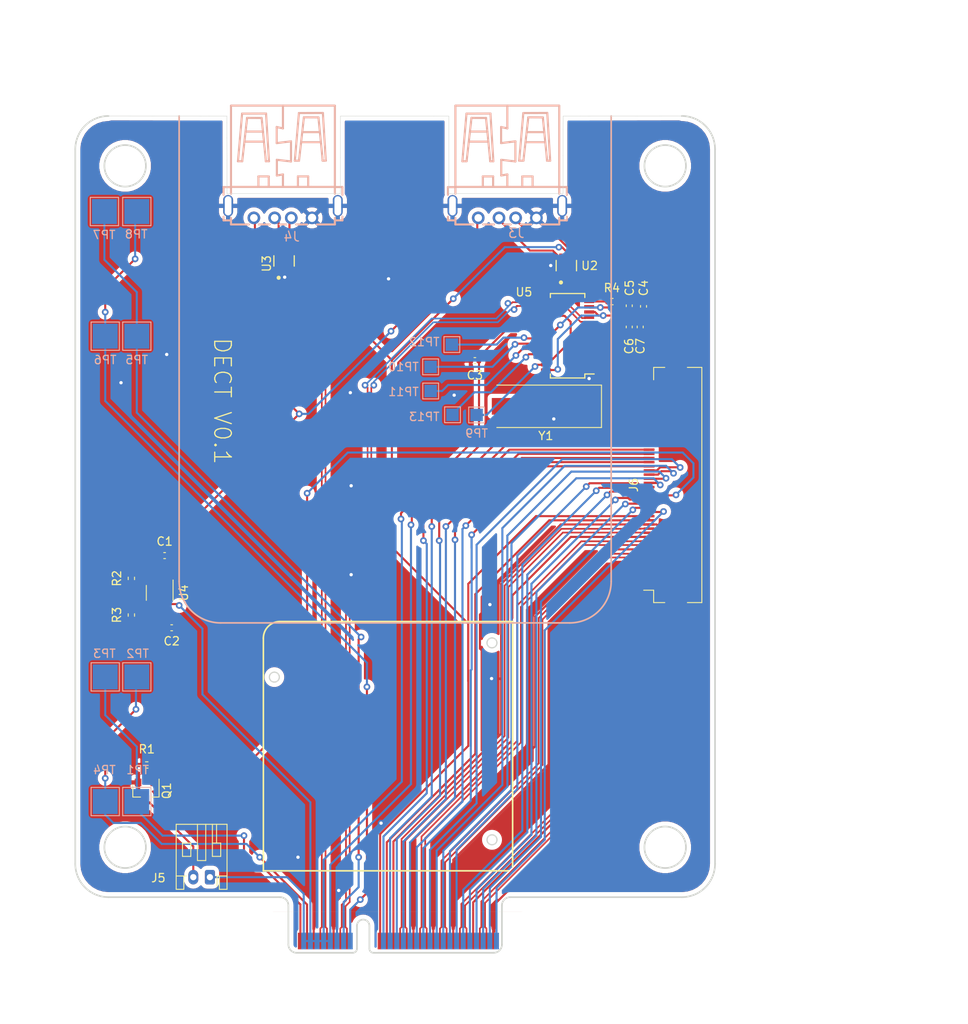
<source format=kicad_pcb>
(kicad_pcb (version 20171130) (host pcbnew "(5.1.10-1-10_14)")
  (layers (0 F.Cu signal) (31 B.Cu signal) (34 B.Paste user) (35 F.Paste user) (36 B.SilkS user) (37 F.SilkS user) (38 B.Mask user) (39 F.Mask user) (44 Edge.Cuts user))
  (net 0 "")
  (net 1 GND)
  (net 2 "Net-(J3-Pad3)")
  (net 3 "Net-(J3-Pad2)")
  (net 4 "Net-(J4-Pad3)")
  (net 5 "Net-(J4-Pad2)")
  (net 6 /USB_5V)
  (net 7 "Net-(J5-Pad2)")
  (net 8 /SPK_LP)
  (net 9 /SPK_LN)
  (net 10 /USB3_D_N)
  (net 11 /USB3_D_P)
  (net 12 /USB4_D_N)
  (net 13 /USB4_D_P)
  (net 14 +3V3)
  (net 15 +5V)
  (net 16 /GPIO36)
  (net 17 /GPIO37)
  (net 18 /GPIO38)
  (net 19 /GPIO28)
  (net 20 /GPIO39)
  (net 21 /GPIO29)
  (net 22 /GPIO40)
  (net 23 /GPIO30)
  (net 24 /GPIO41)
  (net 25 /GPIO31)
  (net 26 /GPIO42)
  (net 27 /GPIO32)
  (net 28 /GPIO43)
  (net 29 /GPIO33)
  (net 30 /GPIO44)
  (net 31 /GPIO34)
  (net 32 /GPIO45)
  (net 33 /GPIO35)
  (net 34 /SPK_RP)
  (net 35 /SPK_RN)
  (net 36 /CAM1_D3_P)
  (net 37 /CAM1_C_P)
  (net 38 /CAM1_D3_N)
  (net 39 /CAM1_C_N)
  (net 40 /CAM1_D2_P)
  (net 41 /CAM1_D1_P)
  (net 42 /CAM1_D2_N)
  (net 43 /CAM1_D1_N)
  (net 44 /CAM1_D0_P)
  (net 45 /CAM1_D0_N)
  (net 46 "Net-(R2-Pad2)")
  (net 47 "Net-(R3-Pad2)")
  (net 48 "Net-(C4-Pad2)")
  (net 49 "Net-(C6-Pad2)")
  (net 50 /USB8_D_N)
  (net 51 /USB8_D_P)
  (net 52 /USB7_D_N)
  (net 53 /USB7_D_P)
  (net 54 /USB6_D_N)
  (net 55 /USB6_D_P)
  (net 56 "Net-(R4-Pad1)")
  (net 57 "Net-(TP9-Pad1)")
  (net 58 "Net-(TP10-Pad1)")
  (net 59 "Net-(TP11-Pad1)")
  (net 60 "Net-(TP12-Pad1)")
  (net 61 "Net-(TP13-Pad1)")
  (net 62 /USB5_D_P)
  (net 63 /USB5_D_N)
  (net 64 "Net-(U5-Pad17)")
  (net 65 "Net-(U5-Pad3)")
  (net 66 "Net-(U5-Pad2)")
  (module DCEXT:USB-A-TH_USB-M-55-F (layer B.Cu) (at 110.998 53.34)
    (fp_text reference J3 (at 0 2.5527) (layer B.SilkS) (effects (font (size 1.143 1.143) (thickness 0.152)) (justify right mirror)))
    (fp_text value USB1015-XX-X-X_REVC hide)
    (pad 5 thru_hole oval (at 6.599 -0.725 270) (size 2.6 1.2) (drill oval 2.3 0.8) (layers *.Cu *.Mask) (net 1 GND))
    (pad 6 thru_hole oval (at -6.599 -0.725 90) (size 2.6 1.2) (drill oval 2.3 0.8) (layers *.Cu *.Mask) (net 1 GND))
    (pad 4 thru_hole circle (at 3.5 0.725) (size 1.524 1.524) (drill 1) (layers *.Cu *.Mask) (net 1 GND))
    (pad 3 thru_hole circle (at 1.001 0.725) (size 1.524 1.524) (drill 0.914) (layers *.Cu *.Mask) (net 2 "Net-(J3-Pad3)"))
    (pad 2 thru_hole circle (at -1.001 0.725) (size 1.524 1.524) (drill 0.914) (layers *.Cu *.Mask) (net 3 "Net-(J3-Pad2)"))
    (pad 1 thru_hole circle (at -3.5 0.725) (size 1.524 1.524) (drill 0.914) (layers *.Cu *.Mask) (net 6 /USB_5V))
  )
  (module DCEXT:USB-A-TH_USB-M-55-F (layer B.Cu) (at 83.99 53.34)
    (fp_text reference J4 (at -0.0303 2.9845) (layer B.SilkS) (effects (font (size 1.143 1.143) (thickness 0.152)) (justify right mirror)))
    (fp_text value USB1015-XX-X-X_REVC hide)
    (pad 5 thru_hole oval (at 6.599 -0.725 270) (size 2.6 1.2) (drill oval 2.3 0.8) (layers *.Cu *.Mask) (net 1 GND))
    (pad 6 thru_hole oval (at -6.599 -0.725 90) (size 2.6 1.2) (drill oval 2.3 0.8) (layers *.Cu *.Mask) (net 1 GND))
    (pad 4 thru_hole circle (at 3.5 0.725) (size 1.524 1.524) (drill 1) (layers *.Cu *.Mask) (net 1 GND))
    (pad 3 thru_hole circle (at 1.001 0.725) (size 1.524 1.524) (drill 0.914) (layers *.Cu *.Mask) (net 4 "Net-(J4-Pad3)"))
    (pad 2 thru_hole circle (at -1.001 0.725) (size 1.524 1.524) (drill 0.914) (layers *.Cu *.Mask) (net 5 "Net-(J4-Pad2)"))
    (pad 1 thru_hole circle (at -3.5 0.725) (size 1.524 1.524) (drill 0.914) (layers *.Cu *.Mask) (net 6 /USB_5V))
  )
  (module Crystal:Crystal_SMD_HC49-SD (layer F.Cu) (at 115.63 76.74 180)
    (fp_text reference Y1 (at 0 -3.55) (layer F.SilkS))
    (fp_text value "12Mhz 49MD-12.00-20-10-10/A")
    (pad 2 smd rect (at 4.25 0 180) (size 4.5 2) (layers F.Cu F.Paste F.Mask) (net 65 "Net-(U5-Pad3)"))
    (pad 1 smd rect (at -4.25 0 180) (size 4.5 2) (layers F.Cu F.Paste F.Mask) (net 66 "Net-(U5-Pad2)"))
  )
  (module Package_SO:SSOP-28_3.9x9.9mm_P0.635mm (layer F.Cu) (at 118.25 68.25 180)
    (fp_text reference U5 (at 5.25 5.25) (layer F.SilkS))
    (fp_text value FE1.1s)
    (pad 28 smd rect (at 2.6 -4.1275 180) (size 1.2 0.4) (layers F.Cu F.Paste F.Mask) (net 49 "Net-(C6-Pad2)"))
    (pad 27 smd rect (at 2.6 -3.4925 180) (size 1.2 0.4) (layers F.Cu F.Paste F.Mask) (net 57 "Net-(TP9-Pad1)"))
    (pad 26 smd rect (at 2.6 -2.8575 180) (size 1.2 0.4) (layers F.Cu F.Paste F.Mask) (net 64 "Net-(U5-Pad17)"))
    (pad 25 smd rect (at 2.6 -2.2225 180) (size 1.2 0.4) (layers F.Cu F.Paste F.Mask) (net 61 "Net-(TP13-Pad1)"))
    (pad 24 smd rect (at 2.6 -1.5875 180) (size 1.2 0.4) (layers F.Cu F.Paste F.Mask) (net 59 "Net-(TP11-Pad1)"))
    (pad 23 smd rect (at 2.6 -0.9525 180) (size 1.2 0.4) (layers F.Cu F.Paste F.Mask) (net 58 "Net-(TP10-Pad1)"))
    (pad 22 smd rect (at 2.6 -0.3175 180) (size 1.2 0.4) (layers F.Cu F.Paste F.Mask) (net 60 "Net-(TP12-Pad1)"))
    (pad 21 smd rect (at 2.6 0.3175 180) (size 1.2 0.4) (layers F.Cu F.Paste F.Mask) (net 48 "Net-(C4-Pad2)"))
    (pad 20 smd rect (at 2.6 0.9525 180) (size 1.2 0.4) (layers F.Cu F.Paste F.Mask) (net 15 +5V))
    (pad 19 smd rect (at 2.6 1.5875 180) (size 1.2 0.4) (layers F.Cu F.Paste F.Mask) (net 64 "Net-(U5-Pad17)"))
    (pad 18 smd rect (at 2.6 2.2225 180) (size 1.2 0.4) (layers F.Cu F.Paste F.Mask) (net 64 "Net-(U5-Pad17)"))
    (pad 17 smd rect (at 2.6 2.8575 180) (size 1.2 0.4) (layers F.Cu F.Paste F.Mask) (net 64 "Net-(U5-Pad17)"))
    (pad 16 smd rect (at 2.6 3.4925 180) (size 1.2 0.4) (layers F.Cu F.Paste F.Mask) (net 13 /USB4_D_P))
    (pad 15 smd rect (at 2.6 4.1275 180) (size 1.2 0.4) (layers F.Cu F.Paste F.Mask) (net 12 /USB4_D_N))
    (pad 14 smd rect (at -2.6 4.1275 180) (size 1.2 0.4) (layers F.Cu F.Paste F.Mask) (net 56 "Net-(R4-Pad1)"))
    (pad 13 smd rect (at -2.6 3.4925 180) (size 1.2 0.4) (layers F.Cu F.Paste F.Mask) (net 48 "Net-(C4-Pad2)"))
    (pad 12 smd rect (at -2.6 2.8575 180) (size 1.2 0.4) (layers F.Cu F.Paste F.Mask) (net 49 "Net-(C6-Pad2)"))
    (pad 11 smd rect (at -2.6 2.2225 180) (size 1.2 0.4) (layers F.Cu F.Paste F.Mask) (net 62 /USB5_D_P))
    (pad 10 smd rect (at -2.6 1.5875 180) (size 1.2 0.4) (layers F.Cu F.Paste F.Mask) (net 63 /USB5_D_N))
    (pad 9 smd rect (at -2.6 0.9525 180) (size 1.2 0.4) (layers F.Cu F.Paste F.Mask) (net 51 /USB8_D_P))
    (pad 8 smd rect (at -2.6 0.3175 180) (size 1.2 0.4) (layers F.Cu F.Paste F.Mask) (net 50 /USB8_D_N))
    (pad 7 smd rect (at -2.6 -0.3175 180) (size 1.2 0.4) (layers F.Cu F.Paste F.Mask) (net 53 /USB7_D_P))
    (pad 6 smd rect (at -2.6 -0.9525 180) (size 1.2 0.4) (layers F.Cu F.Paste F.Mask) (net 52 /USB7_D_N))
    (pad 5 smd rect (at -2.6 -1.5875 180) (size 1.2 0.4) (layers F.Cu F.Paste F.Mask) (net 55 /USB6_D_P))
    (pad 4 smd rect (at -2.6 -2.2225 180) (size 1.2 0.4) (layers F.Cu F.Paste F.Mask) (net 54 /USB6_D_N))
    (pad 3 smd rect (at -2.6 -2.8575 180) (size 1.2 0.4) (layers F.Cu F.Paste F.Mask) (net 65 "Net-(U5-Pad3)"))
    (pad 2 smd rect (at -2.6 -3.4925 180) (size 1.2 0.4) (layers F.Cu F.Paste F.Mask) (net 66 "Net-(U5-Pad2)"))
    (pad 1 smd rect (at -2.6 -4.1275 180) (size 1.2 0.4) (layers F.Cu F.Paste F.Mask) (net 1 GND))
  )
  (module TestPoint:TestPoint_Pad_1.5x1.5mm (layer B.Cu) (at 104.4 77.76)
    (fp_text reference TP13 (at -3.4 0.24) (layer B.SilkS) (effects (justify mirror)))
    (fp_text value TestPoint)
    (pad 1 smd rect (at 0 0) (size 1.5 1.5) (layers B.Cu B.Mask) (net 61 "Net-(TP13-Pad1)"))
  )
  (module TestPoint:TestPoint_Pad_1.5x1.5mm (layer B.Cu) (at 104.32 69.31)
    (fp_text reference TP12 (at -3.32 -0.31) (layer B.SilkS) (effects (justify mirror)))
    (fp_text value TestPoint)
    (pad 1 smd rect (at 0 0) (size 1.5 1.5) (layers B.Cu B.Mask) (net 60 "Net-(TP12-Pad1)"))
  )
  (module TestPoint:TestPoint_Pad_1.5x1.5mm (layer B.Cu) (at 101.77 74.9)
    (fp_text reference TP11 (at -3.27 0.1) (layer B.SilkS) (effects (justify mirror)))
    (fp_text value TestPoint)
    (pad 1 smd rect (at 0 0) (size 1.5 1.5) (layers B.Cu B.Mask) (net 59 "Net-(TP11-Pad1)"))
  )
  (module TestPoint:TestPoint_Pad_1.5x1.5mm (layer B.Cu) (at 101.76 71.99)
    (fp_text reference TP10 (at -3.26 0.01) (layer B.SilkS) (effects (justify mirror)))
    (fp_text value TestPoint)
    (pad 1 smd rect (at 0 0) (size 1.5 1.5) (layers B.Cu B.Mask) (net 58 "Net-(TP10-Pad1)"))
  )
  (module TestPoint:TestPoint_Pad_1.5x1.5mm (layer B.Cu) (at 107.3 77.78)
    (fp_text reference TP9 (at 0 2.22) (layer B.SilkS) (effects (justify mirror)))
    (fp_text value TestPoint)
    (pad 1 smd rect (at 0 0) (size 1.5 1.5) (layers B.Cu B.Mask) (net 57 "Net-(TP9-Pad1)"))
  )
  (module Resistor_SMD:R_0402_1005Metric (layer F.Cu) (at 123.58 64.14)
    (fp_text reference R4 (at 0 -1.64) (layer F.SilkS))
    (fp_text value 2.7K)
    (pad 2 smd roundrect (at 0.51 0) (size 0.54 0.64) (layers F.Cu F.Paste F.Mask) (net 1 GND))
    (pad 1 smd roundrect (at -0.51 0) (size 0.54 0.64) (layers F.Cu F.Paste F.Mask) (net 56 "Net-(R4-Pad1)"))
  )
  (module Resistor_SMD:R_0402_1005Metric (layer F.Cu) (at 65.7479 101.854 90)
    (fp_text reference R3 (at 0 -1.7479 90) (layer F.SilkS))
    (fp_text value 10K)
    (pad 2 smd roundrect (at 0.51 0 90) (size 0.54 0.64) (layers F.Cu F.Paste F.Mask) (net 47 "Net-(R3-Pad2)"))
    (pad 1 smd roundrect (at -0.51 0 90) (size 0.54 0.64) (layers F.Cu F.Paste F.Mask) (net 15 +5V))
  )
  (module Resistor_SMD:R_0402_1005Metric (layer F.Cu) (at 65.7479 97.4471 270)
    (fp_text reference R2 (at 0 1.7479 90) (layer F.SilkS))
    (fp_text value "6.8K 1%")
    (pad 2 smd roundrect (at 0.51 0 270) (size 0.54 0.64) (layers F.Cu F.Paste F.Mask) (net 46 "Net-(R2-Pad2)"))
    (pad 1 smd roundrect (at -0.51 0 270) (size 0.54 0.64) (layers F.Cu F.Paste F.Mask) (net 1 GND))
  )
  (module Resistor_SMD:R_0402_1005Metric (layer F.Cu) (at 67.6 119.9 180)
    (fp_text reference R1 (at 0 1.9) (layer F.SilkS))
    (fp_text value 10K)
    (pad 2 smd roundrect (at 0.51 0 180) (size 0.54 0.64) (layers F.Cu F.Paste F.Mask) (net 1 GND))
    (pad 1 smd roundrect (at -0.51 0 180) (size 0.54 0.64) (layers F.Cu F.Paste F.Mask) (net 24 /GPIO41))
  )
  (module Capacitor_SMD:C_0402_1005Metric (layer F.Cu) (at 126.99 67.19 90)
    (fp_text reference C7 (at -2.31 0.01 90) (layer F.SilkS))
    (fp_text value 0.1uF)
    (pad 2 smd roundrect (at 0.48 0 90) (size 0.56 0.62) (layers F.Cu F.Paste F.Mask) (net 49 "Net-(C6-Pad2)"))
    (pad 1 smd roundrect (at -0.48 0 90) (size 0.56 0.62) (layers F.Cu F.Paste F.Mask) (net 1 GND))
  )
  (module Capacitor_SMD:C_0402_1005Metric (layer F.Cu) (at 125.67 67.19 90)
    (fp_text reference C6 (at -2.31 -0.02 90) (layer F.SilkS))
    (fp_text value 10uF)
    (pad 2 smd roundrect (at 0.48 0 90) (size 0.56 0.62) (layers F.Cu F.Paste F.Mask) (net 49 "Net-(C6-Pad2)"))
    (pad 1 smd roundrect (at -0.48 0 90) (size 0.56 0.62) (layers F.Cu F.Paste F.Mask) (net 1 GND))
  )
  (module Capacitor_SMD:C_0402_1005Metric (layer F.Cu) (at 125.67 64.64 270)
    (fp_text reference C5 (at -2.14 -0.04 90) (layer F.SilkS))
    (fp_text value 0.1uF)
    (pad 2 smd roundrect (at 0.48 0 270) (size 0.56 0.62) (layers F.Cu F.Paste F.Mask) (net 48 "Net-(C4-Pad2)"))
    (pad 1 smd roundrect (at -0.48 0 270) (size 0.56 0.62) (layers F.Cu F.Paste F.Mask) (net 1 GND))
  )
  (module Capacitor_SMD:C_0402_1005Metric (layer F.Cu) (at 127.39 64.71 270)
    (fp_text reference C4 (at -2.21 -0.01 90) (layer F.SilkS))
    (fp_text value 10uF)
    (pad 2 smd roundrect (at 0.48 0 270) (size 0.56 0.62) (layers F.Cu F.Paste F.Mask) (net 48 "Net-(C4-Pad2)"))
    (pad 1 smd roundrect (at -0.48 0 270) (size 0.56 0.62) (layers F.Cu F.Paste F.Mask) (net 1 GND))
  )
  (module Capacitor_SMD:C_0402_1005Metric (layer F.Cu) (at 107.09 71.24 180)
    (fp_text reference C3 (at 0 -1.76) (layer F.SilkS))
    (fp_text value 10uF)
    (pad 2 smd roundrect (at 0.48 0 180) (size 0.56 0.62) (layers F.Cu F.Paste F.Mask) (net 1 GND))
    (pad 1 smd roundrect (at -0.48 0 180) (size 0.56 0.62) (layers F.Cu F.Paste F.Mask) (net 15 +5V))
  )
  (module Capacitor_SMD:C_0402_1005Metric (layer F.Cu) (at 70.5993 103.3907)
    (fp_text reference C2 (at 0 1.6093) (layer F.SilkS))
    (fp_text value 10uF)
    (pad 2 smd roundrect (at 0.48 0) (size 0.56 0.62) (layers F.Cu F.Paste F.Mask) (net 1 GND))
    (pad 1 smd roundrect (at -0.48 0) (size 0.56 0.62) (layers F.Cu F.Paste F.Mask) (net 15 +5V))
  )
  (module Capacitor_SMD:C_0402_1005Metric (layer F.Cu) (at 69.7484 94.7039)
    (fp_text reference C1 (at 0 -1.7039) (layer F.SilkS))
    (fp_text value 10uF)
    (pad 2 smd roundrect (at 0.48 0) (size 0.56 0.62) (layers F.Cu F.Paste F.Mask) (net 6 /USB_5V))
    (pad 1 smd roundrect (at -0.48 0) (size 0.56 0.62) (layers F.Cu F.Paste F.Mask) (net 1 GND))
  )
  (module TestPoint:TestPoint_Pad_3.0x3.0mm (layer B.Cu) (at 66.4 53.3)
    (fp_text reference TP8 (at -0.07 2.73) (layer B.SilkS) (effects (justify mirror)))
    (fp_text value TestPoint)
    (pad 1 smd rect (at 0 0) (size 3 3) (layers B.Cu B.Mask) (net 35 /SPK_RN))
  )
  (module TestPoint:TestPoint_Pad_3.0x3.0mm (layer B.Cu) (at 62.5 53.3 90)
    (fp_text reference TP7 (at -2.81 -0.03) (layer B.SilkS) (effects (justify mirror)))
    (fp_text value TestPoint)
    (pad 1 smd rect (at 0 0 90) (size 3 3) (layers B.Cu B.Mask) (net 34 /SPK_RP))
  )
  (module TestPoint:TestPoint_Pad_3.0x3.0mm (layer B.Cu) (at 62.6 68.3)
    (fp_text reference TP6 (at -0.01 2.858) (layer B.SilkS) (effects (justify mirror)))
    (fp_text value TestPoint)
    (pad 1 smd rect (at 0 0) (size 3 3) (layers B.Cu B.Mask) (net 35 /SPK_RN))
  )
  (module TestPoint:TestPoint_Pad_3.0x3.0mm (layer B.Cu) (at 66.4 68.3)
    (fp_text reference TP5 (at -0.01 2.858) (layer B.SilkS) (effects (justify mirror)))
    (fp_text value TestPoint)
    (pad 1 smd rect (at 0 0) (size 3 3) (layers B.Cu B.Mask) (net 34 /SPK_RP))
  )
  (module TestPoint:TestPoint_Pad_3.0x3.0mm (layer B.Cu) (at 62.6 124.3 90)
    (fp_text reference TP4 (at 3.8 -0.1 180) (layer B.SilkS) (effects (justify mirror)))
    (fp_text value TestPoint)
    (pad 1 smd rect (at 0 0 90) (size 3 3) (layers B.Cu B.Mask) (net 9 /SPK_LN))
  )
  (module TestPoint:TestPoint_Pad_3.0x3.0mm (layer B.Cu) (at 62.6 109.3 90)
    (fp_text reference TP3 (at 2.8 -0.1 180) (layer B.SilkS) (effects (justify mirror)))
    (fp_text value TestPoint)
    (pad 1 smd rect (at 0 0 90) (size 3 3) (layers B.Cu B.Mask) (net 8 /SPK_LP))
  )
  (module TestPoint:TestPoint_Pad_3.0x3.0mm (layer B.Cu) (at 66.4 109.3 90)
    (fp_text reference TP2 (at 2.8 0.1 180) (layer B.SilkS) (effects (justify mirror)))
    (fp_text value TestPoint)
    (pad 1 smd rect (at 0 0 90) (size 3 3) (layers B.Cu B.Mask) (net 9 /SPK_LN))
  )
  (module TestPoint:TestPoint_Pad_3.0x3.0mm (layer B.Cu) (at 66.4 124.3 90)
    (fp_text reference TP1 (at 3.8 0.1) (layer B.SilkS) (effects (justify mirror)))
    (fp_text value TestPoint)
    (pad 1 smd rect (at 0 0 90) (size 3 3) (layers B.Cu B.Mask) (net 8 /SPK_LP))
  )
  (module Connector_JST:JST_PH_S2B-PH-K_1x02_P2.00mm_Horizontal (layer F.Cu) (at 75.2 133.4 180)
    (fp_text reference J5 (at 6.2 -0.1) (layer F.SilkS))
    (fp_text value FAN_CON)
    (pad 2 thru_hole oval (at 2 0 180) (size 1.2 1.75) (drill 0.75) (layers *.Cu *.Mask) (net 7 "Net-(J5-Pad2)"))
    (pad 1 thru_hole roundrect (at 0 0 180) (size 1.2 1.75) (drill 0.75) (layers *.Cu *.Mask) (roundrect_rratio 0.2083325) (net 15 +5V))
  )
  (module Package_TO_SOT_SMD:SOT-23 (layer F.Cu) (at 67.5 123 270)
    (fp_text reference Q1 (at 0 -2.5 90) (layer F.SilkS))
    (fp_text value BSS138)
    (pad 3 smd rect (at 1 0 270) (size 0.9 0.8) (layers F.Cu F.Paste F.Mask) (net 7 "Net-(J5-Pad2)"))
    (pad 2 smd rect (at -1 0.95 270) (size 0.9 0.8) (layers F.Cu F.Paste F.Mask) (net 1 GND))
    (pad 1 smd rect (at -1 -0.95 270) (size 0.9 0.8) (layers F.Cu F.Paste F.Mask) (net 24 /GPIO41))
  )
  (module Connector_FFC-FPC:Hirose_FH12-50S-0.5SH_1x50-1MP_P0.50mm_Horizontal (layer F.Cu) (at 129.9083 86.2076 90)
    (fp_text reference J6 (at 0 -3.7 90) (layer F.SilkS))
    (fp_text value Conn_02x25_Odd_Even)
    (pad 50 smd rect (at 12.25 -1.85 90) (size 0.3 1.3) (layers F.Cu F.Paste F.Mask) (net 1 GND))
    (pad 49 smd rect (at 11.75 -1.85 90) (size 0.3 1.3) (layers F.Cu F.Paste F.Mask) (net 1 GND))
    (pad 48 smd rect (at 11.25 -1.85 90) (size 0.3 1.3) (layers F.Cu F.Paste F.Mask) (net 1 GND))
    (pad 47 smd rect (at 10.75 -1.85 90) (size 0.3 1.3) (layers F.Cu F.Paste F.Mask) (net 51 /USB8_D_P))
    (pad 46 smd rect (at 10.25 -1.85 90) (size 0.3 1.3) (layers F.Cu F.Paste F.Mask) (net 50 /USB8_D_N))
    (pad 45 smd rect (at 9.75 -1.85 90) (size 0.3 1.3) (layers F.Cu F.Paste F.Mask) (net 1 GND))
    (pad 44 smd rect (at 9.25 -1.85 90) (size 0.3 1.3) (layers F.Cu F.Paste F.Mask) (net 53 /USB7_D_P))
    (pad 43 smd rect (at 8.75 -1.85 90) (size 0.3 1.3) (layers F.Cu F.Paste F.Mask) (net 52 /USB7_D_N))
    (pad 42 smd rect (at 8.25 -1.85 90) (size 0.3 1.3) (layers F.Cu F.Paste F.Mask) (net 1 GND))
    (pad 41 smd rect (at 7.75 -1.85 90) (size 0.3 1.3) (layers F.Cu F.Paste F.Mask) (net 55 /USB6_D_P))
    (pad 40 smd rect (at 7.25 -1.85 90) (size 0.3 1.3) (layers F.Cu F.Paste F.Mask) (net 54 /USB6_D_N))
    (pad 39 smd rect (at 6.75 -1.85 90) (size 0.3 1.3) (layers F.Cu F.Paste F.Mask) (net 1 GND))
    (pad 38 smd rect (at 6.25 -1.85 90) (size 0.3 1.3) (layers F.Cu F.Paste F.Mask) (net 15 +5V))
    (pad 37 smd rect (at 5.75 -1.85 90) (size 0.3 1.3) (layers F.Cu F.Paste F.Mask) (net 15 +5V))
    (pad 36 smd rect (at 5.25 -1.85 90) (size 0.3 1.3) (layers F.Cu F.Paste F.Mask) (net 19 /GPIO28))
    (pad 35 smd rect (at 4.75 -1.85 90) (size 0.3 1.3) (layers F.Cu F.Paste F.Mask) (net 21 /GPIO29))
    (pad 34 smd rect (at 4.25 -1.85 90) (size 0.3 1.3) (layers F.Cu F.Paste F.Mask) (net 23 /GPIO30))
    (pad 33 smd rect (at 3.75 -1.85 90) (size 0.3 1.3) (layers F.Cu F.Paste F.Mask) (net 25 /GPIO31))
    (pad 32 smd rect (at 3.25 -1.85 90) (size 0.3 1.3) (layers F.Cu F.Paste F.Mask) (net 27 /GPIO32))
    (pad 31 smd rect (at 2.75 -1.85 90) (size 0.3 1.3) (layers F.Cu F.Paste F.Mask) (net 29 /GPIO33))
    (pad 30 smd rect (at 2.25 -1.85 90) (size 0.3 1.3) (layers F.Cu F.Paste F.Mask) (net 31 /GPIO34))
    (pad 29 smd rect (at 1.75 -1.85 90) (size 0.3 1.3) (layers F.Cu F.Paste F.Mask) (net 33 /GPIO35))
    (pad 28 smd rect (at 1.25 -1.85 90) (size 0.3 1.3) (layers F.Cu F.Paste F.Mask) (net 16 /GPIO36))
    (pad 27 smd rect (at 0.75 -1.85 90) (size 0.3 1.3) (layers F.Cu F.Paste F.Mask) (net 17 /GPIO37))
    (pad 26 smd rect (at 0.25 -1.85 90) (size 0.3 1.3) (layers F.Cu F.Paste F.Mask) (net 18 /GPIO38))
    (pad 25 smd rect (at -0.25 -1.85 90) (size 0.3 1.3) (layers F.Cu F.Paste F.Mask) (net 20 /GPIO39))
    (pad 24 smd rect (at -0.75 -1.85 90) (size 0.3 1.3) (layers F.Cu F.Paste F.Mask) (net 22 /GPIO40))
    (pad 23 smd rect (at -1.25 -1.85 90) (size 0.3 1.3) (layers F.Cu F.Paste F.Mask) (net 24 /GPIO41))
    (pad 22 smd rect (at -1.75 -1.85 90) (size 0.3 1.3) (layers F.Cu F.Paste F.Mask) (net 26 /GPIO42))
    (pad 21 smd rect (at -2.25 -1.85 90) (size 0.3 1.3) (layers F.Cu F.Paste F.Mask) (net 28 /GPIO43))
    (pad 20 smd rect (at -2.75 -1.85 90) (size 0.3 1.3) (layers F.Cu F.Paste F.Mask) (net 30 /GPIO44))
    (pad 19 smd rect (at -3.25 -1.85 90) (size 0.3 1.3) (layers F.Cu F.Paste F.Mask) (net 32 /GPIO45))
    (pad 18 smd rect (at -3.75 -1.85 90) (size 0.3 1.3) (layers F.Cu F.Paste F.Mask) (net 14 +3V3))
    (pad 17 smd rect (at -4.25 -1.85 90) (size 0.3 1.3) (layers F.Cu F.Paste F.Mask) (net 14 +3V3))
    (pad 16 smd rect (at -4.75 -1.85 90) (size 0.3 1.3) (layers F.Cu F.Paste F.Mask) (net 1 GND))
    (pad 15 smd rect (at -5.25 -1.85 90) (size 0.3 1.3) (layers F.Cu F.Paste F.Mask) (net 36 /CAM1_D3_P))
    (pad 14 smd rect (at -5.75 -1.85 90) (size 0.3 1.3) (layers F.Cu F.Paste F.Mask) (net 38 /CAM1_D3_N))
    (pad 13 smd rect (at -6.25 -1.85 90) (size 0.3 1.3) (layers F.Cu F.Paste F.Mask) (net 1 GND))
    (pad 12 smd rect (at -6.75 -1.85 90) (size 0.3 1.3) (layers F.Cu F.Paste F.Mask) (net 40 /CAM1_D2_P))
    (pad 11 smd rect (at -7.25 -1.85 90) (size 0.3 1.3) (layers F.Cu F.Paste F.Mask) (net 42 /CAM1_D2_N))
    (pad 10 smd rect (at -7.75 -1.85 90) (size 0.3 1.3) (layers F.Cu F.Paste F.Mask) (net 1 GND))
    (pad 9 smd rect (at -8.25 -1.85 90) (size 0.3 1.3) (layers F.Cu F.Paste F.Mask) (net 37 /CAM1_C_P))
    (pad 8 smd rect (at -8.75 -1.85 90) (size 0.3 1.3) (layers F.Cu F.Paste F.Mask) (net 39 /CAM1_C_N))
    (pad 7 smd rect (at -9.25 -1.85 90) (size 0.3 1.3) (layers F.Cu F.Paste F.Mask) (net 1 GND))
    (pad 6 smd rect (at -9.75 -1.85 90) (size 0.3 1.3) (layers F.Cu F.Paste F.Mask) (net 41 /CAM1_D1_P))
    (pad 5 smd rect (at -10.25 -1.85 90) (size 0.3 1.3) (layers F.Cu F.Paste F.Mask) (net 43 /CAM1_D1_N))
    (pad 4 smd rect (at -10.75 -1.85 90) (size 0.3 1.3) (layers F.Cu F.Paste F.Mask) (net 1 GND))
    (pad 3 smd rect (at -11.25 -1.85 90) (size 0.3 1.3) (layers F.Cu F.Paste F.Mask) (net 44 /CAM1_D0_P))
    (pad 2 smd rect (at -11.75 -1.85 90) (size 0.3 1.3) (layers F.Cu F.Paste F.Mask) (net 45 /CAM1_D0_N))
    (pad 1 smd rect (at -12.25 -1.85 90) (size 0.3 1.3) (layers F.Cu F.Paste F.Mask) (net 1 GND))
    (pad MP smd rect (at -14.15 1.4 90) (size 1.8 2.2) (layers F.Cu F.Paste F.Mask))
    (pad MP smd rect (at 14.15 1.4 90) (size 1.8 2.2) (layers F.Cu F.Paste F.Mask))
  )
  (module Package_TO_SOT_SMD:SOT-23-5_HandSoldering (layer F.Cu) (at 69.155299 99.188301 270)
    (fp_text reference U4 (at 0 -2.9 90) (layer F.SilkS))
    (fp_text value SY6280)
    (pad 5 smd rect (at 1.35 -0.95 270) (size 1.56 0.65) (layers F.Cu F.Paste F.Mask) (net 15 +5V))
    (pad 4 smd rect (at 1.35 0.95 270) (size 1.56 0.65) (layers F.Cu F.Paste F.Mask) (net 47 "Net-(R3-Pad2)"))
    (pad 3 smd rect (at -1.35 0.95 270) (size 1.56 0.65) (layers F.Cu F.Paste F.Mask) (net 46 "Net-(R2-Pad2)"))
    (pad 2 smd rect (at -1.35 0 270) (size 1.56 0.65) (layers F.Cu F.Paste F.Mask) (net 1 GND))
    (pad 1 smd rect (at -1.35 -0.95 270) (size 1.56 0.65) (layers F.Cu F.Paste F.Mask) (net 6 /USB_5V))
  )
  (module mpcie:devtermMPCIE (layer F.Cu) (at 97.79 142.6337)
    (fp_text reference U1 hide)
    (fp_text value MPCIE-DevTerm hide)
    (pad 1 smd rect (at -11.7 -1.55) (size 0.6 2) (layers F.Cu F.Paste F.Mask) (net 8 /SPK_LP))
    (pad 2 smd rect (at -11.3 -1.55) (size 0.6 2) (layers B.Cu B.Paste B.Mask) (net 15 +5V))
    (pad 3 smd rect (at -10.9 -1.55) (size 0.6 2) (layers F.Cu F.Paste F.Mask) (net 9 /SPK_LN))
    (pad 4 smd rect (at -10.5 -1.55) (size 0.6 2) (layers B.Cu B.Paste B.Mask) (net 15 +5V))
    (pad 5 smd rect (at -10.1 -1.55) (size 0.6 2) (layers F.Cu F.Paste F.Mask) (net 1 GND))
    (pad 6 smd rect (at -9.7 -1.55) (size 0.6 2) (layers B.Cu B.Paste B.Mask) (net 15 +5V))
    (pad 7 smd rect (at -9.3 -1.55) (size 0.6 2) (layers F.Cu F.Paste F.Mask) (net 10 /USB3_D_N))
    (pad 8 smd rect (at -8.9 -1.55) (size 0.6 2) (layers B.Cu B.Paste B.Mask) (net 15 +5V))
    (pad 9 smd rect (at -8.5 -1.55) (size 0.6 2) (layers F.Cu F.Paste F.Mask) (net 11 /USB3_D_P))
    (pad 10 smd rect (at -8.1 -1.55) (size 0.6 2) (layers B.Cu B.Paste B.Mask) (net 15 +5V))
    (pad 11 smd rect (at -7.7 -1.55) (size 0.6 2) (layers F.Cu F.Paste F.Mask) (net 1 GND))
    (pad 12 smd rect (at -7.3 -1.55) (size 0.6 2) (layers B.Cu B.Paste B.Mask) (net 1 GND))
    (pad 13 smd rect (at -6.9 -1.55) (size 0.6 2) (layers F.Cu F.Paste F.Mask) (net 12 /USB4_D_N))
    (pad 14 smd rect (at -6.5 -1.55) (size 0.6 2) (layers B.Cu B.Paste B.Mask) (net 34 /SPK_RP))
    (pad 15 smd rect (at -6.1 -1.55) (size 0.6 2) (layers F.Cu F.Paste F.Mask) (net 13 /USB4_D_P))
    (pad 16 smd rect (at -5.7 -1.55) (size 0.6 2) (layers B.Cu B.Paste B.Mask) (net 35 /SPK_RN))
    (pad 17 smd rect (at -2.1 -1.55) (size 0.6 2) (layers F.Cu F.Paste F.Mask) (net 14 +3V3))
    (pad 18 smd rect (at -1.7 -1.55) (size 0.6 2) (layers B.Cu B.Paste B.Mask) (net 19 /GPIO28))
    (pad 19 smd rect (at -1.3 -1.55) (size 0.6 2) (layers F.Cu F.Paste F.Mask) (net 14 +3V3))
    (pad 20 smd rect (at -0.9 -1.55) (size 0.6 2) (layers B.Cu B.Paste B.Mask) (net 21 /GPIO29))
    (pad 21 smd rect (at -0.5 -1.55) (size 0.6 2) (layers F.Cu F.Paste F.Mask) (net 1 GND))
    (pad 22 smd rect (at -0.1 -1.55) (size 0.6 2) (layers B.Cu B.Paste B.Mask) (net 23 /GPIO30))
    (pad 23 smd rect (at 0.3 -1.55) (size 0.6 2) (layers F.Cu F.Paste F.Mask) (net 36 /CAM1_D3_P))
    (pad 24 smd rect (at 0.7 -1.55) (size 0.6 2) (layers B.Cu B.Paste B.Mask) (net 25 /GPIO31))
    (pad 25 smd rect (at 1.1 -1.55) (size 0.6 2) (layers F.Cu F.Paste F.Mask) (net 38 /CAM1_D3_N))
    (pad 26 smd rect (at 1.5 -1.55) (size 0.6 2) (layers B.Cu B.Paste B.Mask) (net 27 /GPIO32))
    (pad 27 smd rect (at 1.9 -1.55) (size 0.6 2) (layers F.Cu F.Paste F.Mask) (net 1 GND))
    (pad 28 smd rect (at 2.3 -1.55) (size 0.6 2) (layers B.Cu B.Paste B.Mask) (net 29 /GPIO33))
    (pad 29 smd rect (at 2.7 -1.55) (size 0.6 2) (layers F.Cu F.Paste F.Mask) (net 40 /CAM1_D2_P))
    (pad 30 smd rect (at 3.1 -1.55) (size 0.6 2) (layers B.Cu B.Paste B.Mask) (net 31 /GPIO34))
    (pad 31 smd rect (at 3.5 -1.55) (size 0.6 2) (layers F.Cu F.Paste F.Mask) (net 42 /CAM1_D2_N))
    (pad 32 smd rect (at 3.9 -1.55) (size 0.6 2) (layers B.Cu B.Paste B.Mask) (net 33 /GPIO35))
    (pad 33 smd rect (at 4.3 -1.55) (size 0.6 2) (layers F.Cu F.Paste F.Mask) (net 1 GND))
    (pad 34 smd rect (at 4.7 -1.55) (size 0.6 2) (layers B.Cu B.Paste B.Mask) (net 16 /GPIO36))
    (pad 35 smd rect (at 5.1 -1.55) (size 0.6 2) (layers F.Cu F.Paste F.Mask) (net 37 /CAM1_C_P))
    (pad 36 smd rect (at 5.5 -1.55) (size 0.6 2) (layers B.Cu B.Paste B.Mask) (net 17 /GPIO37))
    (pad 37 smd rect (at 5.9 -1.55) (size 0.6 2) (layers F.Cu F.Paste F.Mask) (net 39 /CAM1_C_N))
    (pad 38 smd rect (at 6.3 -1.55) (size 0.6 2) (layers B.Cu B.Paste B.Mask) (net 18 /GPIO38))
    (pad 39 smd rect (at 6.7 -1.55) (size 0.6 2) (layers F.Cu F.Paste F.Mask) (net 1 GND))
    (pad 40 smd rect (at 7.1 -1.55) (size 0.6 2) (layers B.Cu B.Paste B.Mask) (net 20 /GPIO39))
    (pad 41 smd rect (at 7.5 -1.55) (size 0.6 2) (layers F.Cu F.Paste F.Mask) (net 41 /CAM1_D1_P))
    (pad 42 smd rect (at 7.9 -1.55) (size 0.6 2) (layers B.Cu B.Paste B.Mask) (net 22 /GPIO40))
    (pad 43 smd rect (at 8.3 -1.55) (size 0.6 2) (layers F.Cu F.Paste F.Mask) (net 43 /CAM1_D1_N))
    (pad 44 smd rect (at 8.7 -1.55) (size 0.6 2) (layers B.Cu B.Paste B.Mask) (net 24 /GPIO41))
    (pad 45 smd rect (at 9.1 -1.55) (size 0.6 2) (layers F.Cu F.Paste F.Mask) (net 1 GND))
    (pad 46 smd rect (at 9.5 -1.55) (size 0.6 2) (layers B.Cu B.Paste B.Mask) (net 26 /GPIO42))
    (pad 47 smd rect (at 9.9 -1.55) (size 0.6 2) (layers F.Cu F.Paste F.Mask) (net 44 /CAM1_D0_P))
    (pad 48 smd rect (at 10.3 -1.55) (size 0.6 2) (layers B.Cu B.Paste B.Mask) (net 28 /GPIO43))
    (pad 49 smd rect (at 10.7 -1.55) (size 0.6 2) (layers F.Cu F.Paste F.Mask) (net 45 /CAM1_D0_N))
    (pad 50 smd rect (at 11.1 -1.55) (size 0.6 2) (layers B.Cu B.Paste B.Mask) (net 30 /GPIO44))
    (pad 51 smd rect (at 11.5 -1.55) (size 0.6 2) (layers F.Cu F.Paste F.Mask) (net 1 GND))
    (pad 52 smd rect (at 11.9 -1.55) (size 0.6 2) (layers B.Cu B.Paste B.Mask) (net 32 /GPIO45))
  )
  (module eec:ST_Microelectronics-USBUF02W6-0 (layer F.Cu) (at 84.1248 59.2455 90)
    (fp_text reference U3 (at -1.425 -2.1 90) (layer F.SilkS) (effects (justify left)))
    (fp_text value USBUF02W6 hide)
    (pad 6 smd rect (at 0.925 -0.65 90) (size 1.05 0.4) (layers F.Cu F.Paste F.Mask) (net 5 "Net-(J4-Pad2)"))
    (pad 5 smd rect (at 0.925 0 90) (size 1.05 0.4) (layers F.Cu F.Paste F.Mask) (net 14 +3V3))
    (pad 4 smd rect (at 0.925 0.65 90) (size 1.05 0.4) (layers F.Cu F.Paste F.Mask) (net 4 "Net-(J4-Pad3)"))
    (pad 3 smd rect (at -0.925 0.65 90) (size 1.05 0.4) (layers F.Cu F.Paste F.Mask) (net 11 /USB3_D_P))
    (pad 2 smd rect (at -0.925 0 90) (size 1.05 0.4) (layers F.Cu F.Paste F.Mask) (net 1 GND))
    (pad 1 smd rect (at -0.925 -0.65 90) (size 1.05 0.4) (layers F.Cu F.Paste F.Mask) (net 10 /USB3_D_N))
  )
  (module eec:ST_Microelectronics-USBUF02W6-0 (layer F.Cu) (at 118.1 59.81 90)
    (fp_text reference U2 (at -0.01 1.7 180) (layer F.SilkS) (effects (justify left)))
    (fp_text value USBUF02W6 hide)
    (pad 6 smd rect (at 0.925 -0.65 90) (size 1.05 0.4) (layers F.Cu F.Paste F.Mask) (net 3 "Net-(J3-Pad2)"))
    (pad 5 smd rect (at 0.925 0 90) (size 1.05 0.4) (layers F.Cu F.Paste F.Mask) (net 14 +3V3))
    (pad 4 smd rect (at 0.925 0.65 90) (size 1.05 0.4) (layers F.Cu F.Paste F.Mask) (net 2 "Net-(J3-Pad3)"))
    (pad 3 smd rect (at -0.925 0.65 90) (size 1.05 0.4) (layers F.Cu F.Paste F.Mask) (net 62 /USB5_D_P))
    (pad 2 smd rect (at -0.925 0 90) (size 1.05 0.4) (layers F.Cu F.Paste F.Mask) (net 1 GND))
    (pad 1 smd rect (at -0.925 -0.65 90) (size 1.05 0.4) (layers F.Cu F.Paste F.Mask) (net 63 /USB5_D_N))
  )
  (gr_text "DECT V0.1" (at 76.6953 76.1111 -90) (layer F.SilkS) (effects (font (size 2 2))))
  (gr_line (start 77.2541 51.1302) (end 77.6097 51.1302) (layer Edge.Cuts) (width 0.05))
  (gr_line (start 77.2541 51.1175) (end 77.2541 51.1302) (layer Edge.Cuts) (width 0.05))
  (gr_line (start 77.2541 51.0921) (end 77.2541 51.1175) (layer Edge.Cuts) (width 0.05))
  (gr_line (start 77.2541 47.0916) (end 77.2541 51.0921) (layer Edge.Cuts) (width 0.05))
  (gr_line (start 77.2414 44.4373) (end 77.2541 47.0916) (layer Edge.Cuts) (width 0.05))
  (gr_line (start 77.2414 42.6212) (end 77.2414 44.4373) (layer Edge.Cuts) (width 0.05))
  (gr_line (start 77.2414 41.8211) (end 77.2414 42.6212) (layer Edge.Cuts) (width 0.05))
  (gr_line (start 76.8858 41.8211) (end 77.2414 41.8211) (layer Edge.Cuts) (width 0.05))
  (gr_line (start 75.1 41.82) (end 76.8858 41.8211) (layer Edge.Cuts) (width 0.05))
  (gr_line (start 117.7036 51.1302) (end 117.602 51.1302) (layer Edge.Cuts) (width 0.05))
  (gr_line (start 117.7036 46.5709) (end 117.7036 51.1302) (layer Edge.Cuts) (width 0.05))
  (gr_line (start 117.7036 43.4213) (end 117.7036 46.5709) (layer Edge.Cuts) (width 0.05))
  (gr_line (start 117.7163 41.8211) (end 117.7036 43.4213) (layer Edge.Cuts) (width 0.05))
  (gr_line (start 118.0719 41.8211) (end 117.7163 41.8211) (layer Edge.Cuts) (width 0.05))
  (gr_line (start 103.9622 51.1302) (end 104.14 51.1302) (layer Edge.Cuts) (width 0.05))
  (gr_line (start 103.9622 42.2021) (end 103.9622 51.1302) (layer Edge.Cuts) (width 0.05))
  (gr_line (start 103.9622 41.8211) (end 103.9622 42.2021) (layer Edge.Cuts) (width 0.05))
  (gr_line (start 104.14 51.1302) (end 104.6226 51.1302) (layer Edge.Cuts) (width 0.05))
  (gr_line (start 117.602 51.1302) (end 117.4623 51.1302) (layer Edge.Cuts) (width 0.05))
  (gr_line (start 77.6097 51.1302) (end 90.9066 51.1302) (layer Edge.Cuts) (width 0.05))
  (gr_line (start 90.9066 51.1302) (end 90.9066 50.2031) (layer Edge.Cuts) (width 0.05))
  (gr_line (start 90.9066 46.8249) (end 90.9066 50.2031) (layer Edge.Cuts) (width 0.05))
  (gr_line (start 90.9066 42.5704) (end 90.9066 46.8249) (layer Edge.Cuts) (width 0.05))
  (gr_line (start 90.9066 41.8211) (end 90.9066 42.5704) (layer Edge.Cuts) (width 0.05))
  (gr_line (start 92.7276 41.82) (end 90.9066 41.8211) (layer Edge.Cuts) (width 0.05))
  (gr_line (start 104.6226 51.1302) (end 117.4623 51.1302) (layer Edge.Cuts) (width 0.05))
  (gr_line (start 102.14 41.82) (end 103.9622 41.8211) (layer Edge.Cuts) (width 0.05))
  (gr_line (start 119.7676 41.82) (end 118.0719 41.8211) (layer Edge.Cuts) (width 0.05))
  (gr_line (start 75.1 41.82) (end 62.9969 41.803617) (layer Edge.Cuts) (width 0.05))
  (gr_line (start 119.7676 41.82) (end 131.9969 41.803617) (layer Edge.Cuts) (width 0.05))
  (gr_line (start 102.14 41.82) (end 92.7276 41.82) (layer Edge.Cuts) (width 0.05))
  (gr_circle (center 82.95584 109.32612) (end 83.55584 109.32612) (layer Edge.Cuts) (width 0.15))
  (gr_circle (center 109.1534 128.90444) (end 109.7534 128.90444) (layer Edge.Cuts) (width 0.15))
  (gr_circle (center 109.14832 105.20624) (end 109.74832 105.20624) (layer Edge.Cuts) (width 0.15))
  (gr_arc (start 83.635612 104.637045) (end 81.635612 104.637045) (angle 90) (layer F.SilkS) (width 0.2))
  (gr_line (start 111.635612 132.136969) (end 111.635612 102.637045) (layer F.SilkS) (width 0.2))
  (gr_line (start 83.635612 102.637045) (end 111.635612 102.637045) (layer F.SilkS) (width 0.2))
  (gr_line (start 81.635612 132.637045) (end 81.635612 104.637045) (layer F.SilkS) (width 0.2))
  (gr_line (start 111.135612 132.637045) (end 81.635612 132.637045) (layer F.SilkS) (width 0.2))
  (gr_circle (center 64.9969 129.803617) (end 67.4969 129.803617) (layer Edge.Cuts) (width 0.2))
  (gr_circle (center 129.9969 129.803617) (end 132.4969 129.803617) (layer Edge.Cuts) (width 0.2))
  (gr_arc (start 92.3969 142.003617) (end 92.3969 142.503617) (angle -90) (layer Edge.Cuts) (width 0.2))
  (gr_arc (start 62.9969 45.803617) (end 62.9969 41.803617) (angle -90) (layer Edge.Cuts) (width 0.2))
  (gr_arc (start 94.8969 142.003617) (end 94.3969 142.003617) (angle -90) (layer Edge.Cuts) (width 0.2))
  (gr_line (start 71.4969 41.803617) (end 71.4969 97.803617) (layer B.SilkS) (width 0.2))
  (gr_arc (start 62.9969 131.803617) (end 58.9969 131.803617) (angle -90) (layer Edge.Cuts) (width 0.2))
  (gr_line (start 62.9969 135.803617) (end 83.6469 135.803617) (layer Edge.Cuts) (width 0.2))
  (gr_arc (start 85.6469 141.503617) (end 84.6469 141.503617) (angle -90) (layer Edge.Cuts) (width 0.2))
  (gr_arc (start 76.4969 97.803617) (end 71.4969 97.803617) (angle -90) (layer B.SilkS) (width 0.2))
  (gr_line (start 84.6469 136.803617) (end 84.6469 141.503617) (layer Edge.Cuts) (width 0.2))
  (gr_arc (start 109.3469 141.503617) (end 109.3469 142.503617) (angle -90) (layer Edge.Cuts) (width 0.2))
  (gr_line (start 135.9969 131.803617) (end 135.9969 45.803617) (layer Edge.Cuts) (width 0.2))
  (gr_line (start 110.3469 141.503617) (end 110.3469 136.803617) (layer Edge.Cuts) (width 0.2))
  (gr_line (start 92.8969 142.003617) (end 92.8969 139.253617) (layer Edge.Cuts) (width 0.2))
  (gr_line (start 58.9969 45.803617) (end 58.9969 131.803617) (layer Edge.Cuts) (width 0.2))
  (gr_arc (start 83.6469 136.803617) (end 84.6469 136.803617) (angle -90) (layer Edge.Cuts) (width 0.2))
  (gr_line (start 94.3969 142.003617) (end 94.3969 139.253617) (layer Edge.Cuts) (width 0.2))
  (gr_arc (start 118.4969 97.803617) (end 118.4969 102.803617) (angle -90) (layer B.SilkS) (width 0.2))
  (gr_arc (start 131.9969 131.803617) (end 131.9969 135.803617) (angle -90) (layer Edge.Cuts) (width 0.2))
  (gr_arc (start 93.6469 139.253617) (end 94.3969 139.253617) (angle -180) (layer Edge.Cuts) (width 0.2))
  (gr_arc (start 111.3469 136.803617) (end 111.3469 135.803617) (angle -90) (layer Edge.Cuts) (width 0.2))
  (gr_line (start 118.4969 102.803617) (end 76.4969 102.803617) (layer B.SilkS) (width 0.2))
  (gr_circle (center 129.9969 47.803617) (end 132.4969 47.803617) (layer Edge.Cuts) (width 0.2))
  (gr_line (start 123.4969 41.803617) (end 123.4969 97.803617) (layer B.SilkS) (width 0.2))
  (gr_line (start 111.3469 135.803617) (end 131.9969 135.803617) (layer Edge.Cuts) (width 0.2))
  (gr_arc (start 131.9969 45.803617) (end 135.9969 45.803617) (angle -90) (layer Edge.Cuts) (width 0.2))
  (gr_line (start 94.8969 142.503617) (end 109.3469 142.503617) (layer Edge.Cuts) (width 0.2))
  (gr_line (start 85.6469 142.503617) (end 92.3969 142.503617) (layer Edge.Cuts) (width 0.2))
  (gr_circle (center 64.9969 47.803617) (end 67.4969 47.803617) (layer Edge.Cuts) (width 0.2))
  (via (at 90.7 135) (size 0.8) (drill 0.4) (layers F.Cu B.Cu) (net 1))
  (via (at 109.1 109.5) (size 0.8) (drill 0.4) (layers F.Cu B.Cu) (net 1))
  (segment (start 69.1809 97.8127) (end 69.155299 97.838301) (width 0.25) (layer F.Cu) (net 1))
  (segment (start 69.1809 94.7039) (end 69.1809 97.8127) (width 0.25) (layer F.Cu) (net 1))
  (segment (start 106.89 141.0837) (end 106.89 136.429254) (width 0.25) (layer F.Cu) (net 1))
  (segment (start 126.38779 96.9576) (end 128.0583 96.9576) (width 0.25) (layer F.Cu) (net 1))
  (segment (start 118.65001 104.69538) (end 126.38779 96.9576) (width 0.25) (layer F.Cu) (net 1))
  (segment (start 118.65001 124.669244) (end 118.65001 104.69538) (width 0.25) (layer F.Cu) (net 1))
  (segment (start 106.89 136.429254) (end 118.65001 124.669244) (width 0.25) (layer F.Cu) (net 1))
  (segment (start 128.0583 95.4576) (end 124.0424 95.4576) (width 0.25) (layer F.Cu) (net 1))
  (segment (start 124.0424 95.4576) (end 116.6 102.9) (width 0.25) (layer F.Cu) (net 1))
  (segment (start 116.6 102.9) (end 116.6 119.2) (width 0.25) (layer F.Cu) (net 1))
  (segment (start 104.49 131.31) (end 104.49 141.0837) (width 0.25) (layer F.Cu) (net 1))
  (segment (start 116.6 119.2) (end 104.49 131.31) (width 0.25) (layer F.Cu) (net 1))
  (segment (start 102.09 141.0837) (end 102.09 129.91) (width 0.25) (layer F.Cu) (net 1))
  (segment (start 122.423146 93.9576) (end 128.0583 93.9576) (width 0.25) (layer F.Cu) (net 1))
  (segment (start 114.34999 102.030756) (end 122.423146 93.9576) (width 0.25) (layer F.Cu) (net 1))
  (segment (start 114.34999 117.65001) (end 114.34999 102.030756) (width 0.25) (layer F.Cu) (net 1))
  (segment (start 102.09 129.91) (end 114.34999 117.65001) (width 0.25) (layer F.Cu) (net 1))
  (segment (start 99.7 141.0737) (end 99.69 141.0837) (width 0.25) (layer F.Cu) (net 1))
  (segment (start 99.7 128.880746) (end 99.7 141.0737) (width 0.25) (layer F.Cu) (net 1))
  (segment (start 110.3 118.280746) (end 99.7 128.880746) (width 0.25) (layer F.Cu) (net 1))
  (segment (start 111.55001 102.24999) (end 111.55001 116.94999) (width 0.25) (layer F.Cu) (net 1))
  (segment (start 111.55001 116.94999) (end 110.3 118.2) (width 0.25) (layer F.Cu) (net 1))
  (segment (start 111.6 102.2) (end 111.55001 102.24999) (width 0.25) (layer F.Cu) (net 1))
  (segment (start 118.6424 92.4576) (end 111.6 99.5) (width 0.25) (layer F.Cu) (net 1))
  (segment (start 110.3 118.2) (end 110.3 118.280746) (width 0.25) (layer F.Cu) (net 1))
  (segment (start 111.6 99.5) (end 111.6 102.2) (width 0.25) (layer F.Cu) (net 1))
  (segment (start 128.0583 92.4576) (end 118.6424 92.4576) (width 0.25) (layer F.Cu) (net 1))
  (segment (start 97.29 141.0837) (end 97.29 129.11) (width 0.25) (layer F.Cu) (net 1))
  (segment (start 117.423146 90.9576) (end 128.0583 90.9576) (width 0.25) (layer F.Cu) (net 1))
  (segment (start 110.24999 98.130756) (end 117.423146 90.9576) (width 0.25) (layer F.Cu) (net 1))
  (segment (start 97.29 129.11) (end 110.24999 116.15001) (width 0.25) (layer F.Cu) (net 1))
  (segment (start 110.1 109.5) (end 110.24999 109.64999) (width 0.25) (layer F.Cu) (net 1))
  (segment (start 109.1 109.5) (end 110.1 109.5) (width 0.25) (layer F.Cu) (net 1))
  (segment (start 110.24999 109.64999) (end 110.24999 98.130756) (width 0.25) (layer F.Cu) (net 1))
  (segment (start 110.24999 116.15001) (end 110.24999 109.64999) (width 0.25) (layer F.Cu) (net 1))
  (via (at 84.2 61.2) (size 0.8) (drill 0.4) (layers F.Cu B.Cu) (net 1))
  (segment (start 84.1248 61.1248) (end 84.2 61.2) (width 0.25) (layer F.Cu) (net 1))
  (segment (start 84.1248 60.1705) (end 84.1248 61.1248) (width 0.25) (layer F.Cu) (net 1))
  (via (at 92.1 75.1) (size 0.8) (drill 0.4) (layers F.Cu B.Cu) (net 1))
  (via (at 92.2 86.3) (size 0.8) (drill 0.4) (layers F.Cu B.Cu) (net 1))
  (via (at 92.2 97) (size 0.8) (drill 0.4) (layers F.Cu B.Cu) (net 1))
  (segment (start 90.09 141.0837) (end 90.09 136.01) (width 0.25) (layer F.Cu) (net 1))
  (segment (start 87.69 138.822477) (end 87.7 138.812477) (width 0.25) (layer F.Cu) (net 1))
  (segment (start 87.69 141.0837) (end 87.69 138.822477) (width 0.25) (layer F.Cu) (net 1))
  (segment (start 87.7 138.812477) (end 87.7 136.8) (width 0.25) (layer F.Cu) (net 1))
  (via (at 85.8 131) (size 0.8) (drill 0.4) (layers F.Cu B.Cu) (net 1))
  (segment (start 87.7 132.9) (end 85.8 131) (width 0.25) (layer F.Cu) (net 1))
  (segment (start 87.7 136.8) (end 87.7 132.9) (width 0.25) (layer F.Cu) (net 1))
  (via (at 96.7 61.4) (size 0.8) (drill 0.4) (layers F.Cu B.Cu) (net 1))
  (via (at 104.6 75.4) (size 0.8) (drill 0.4) (layers F.Cu B.Cu) (net 1))
  (via (at 70 70.5) (size 0.8) (drill 0.4) (layers F.Cu B.Cu) (net 1))
  (segment (start 90.09 135.61) (end 90.7 135) (width 0.25) (layer F.Cu) (net 1))
  (segment (start 90.09 141.0837) (end 90.09 135.61) (width 0.25) (layer F.Cu) (net 1))
  (segment (start 90.49 135.21) (end 90.7 135) (width 0.25) (layer B.Cu) (net 1))
  (segment (start 90.49 141.0837) (end 90.49 135.21) (width 0.25) (layer B.Cu) (net 1))
  (segment (start 90.7 135) (end 90.7 131.9) (width 0.25) (layer B.Cu) (net 1))
  (segment (start 95.7 126.9) (end 95.8 126.9) (width 0.25) (layer B.Cu) (net 1))
  (via (at 95.8 126.9) (size 0.8) (drill 0.4) (layers F.Cu B.Cu) (net 1))
  (segment (start 90.7 131.9) (end 95.7 126.9) (width 0.25) (layer B.Cu) (net 1))
  (segment (start 109.1 109.5) (end 109.1 106.9) (width 0.25) (layer F.Cu) (net 1))
  (segment (start 109.1 109.5) (end 109.1 107.3) (width 0.25) (layer F.Cu) (net 1))
  (segment (start 109.1 107.3) (end 107.7 105.9) (width 0.25) (layer F.Cu) (net 1))
  (via (at 108.9 100.6) (size 0.8) (drill 0.4) (layers F.Cu B.Cu) (net 1))
  (segment (start 107.7 101.8) (end 108.9 100.6) (width 0.25) (layer F.Cu) (net 1))
  (segment (start 107.7 105.9) (end 107.7 101.8) (width 0.25) (layer F.Cu) (net 1))
  (segment (start 128.0583 98.4576) (end 128.9583 98.4576) (width 0.25) (layer F.Cu) (net 1))
  (segment (start 128.0583 96.9576) (end 128.8576 96.9576) (width 0.25) (layer F.Cu) (net 1))
  (segment (start 128.3424 95.4576) (end 128.367399 95.432601) (width 0.25) (layer F.Cu) (net 1))
  (segment (start 128.367399 95.432601) (end 129.132601 95.432601) (width 0.25) (layer F.Cu) (net 1))
  (segment (start 128.0583 95.4576) (end 128.3424 95.4576) (width 0.25) (layer F.Cu) (net 1))
  (segment (start 129.132601 95.432601) (end 129.45 95.75) (width 0.25) (layer F.Cu) (net 1))
  (segment (start 128.8576 96.9576) (end 129.45 97.55) (width 0.25) (layer F.Cu) (net 1))
  (segment (start 128.367399 93.932601) (end 129.132601 93.932601) (width 0.25) (layer F.Cu) (net 1))
  (segment (start 128.3424 93.9576) (end 128.367399 93.932601) (width 0.25) (layer F.Cu) (net 1))
  (segment (start 128.0583 93.9576) (end 128.3424 93.9576) (width 0.25) (layer F.Cu) (net 1))
  (segment (start 129.45 96.15) (end 129.45 97.55) (width 0.25) (layer F.Cu) (net 1))
  (segment (start 129.132601 93.932601) (end 129.45 94.25) (width 0.25) (layer F.Cu) (net 1))
  (segment (start 129.45 95.75) (end 129.45 96.15) (width 0.25) (layer F.Cu) (net 1))
  (segment (start 128.9583 90.9576) (end 129.5 91.4993) (width 0.25) (layer F.Cu) (net 1))
  (segment (start 128.0583 90.9576) (end 128.9583 90.9576) (width 0.25) (layer F.Cu) (net 1))
  (segment (start 129.5 94.3) (end 129.45 94.35) (width 0.25) (layer F.Cu) (net 1))
  (segment (start 129.5 91.4993) (end 129.5 94.3) (width 0.25) (layer F.Cu) (net 1))
  (segment (start 129.45 94.35) (end 129.45 96.15) (width 0.25) (layer F.Cu) (net 1))
  (segment (start 129.45 94.25) (end 129.45 94.35) (width 0.25) (layer F.Cu) (net 1))
  (segment (start 128.943302 92.4576) (end 129.4 92.914298) (width 0.25) (layer F.Cu) (net 1))
  (segment (start 128.0583 92.4576) (end 128.943302 92.4576) (width 0.25) (layer F.Cu) (net 1))
  (segment (start 129.4 98) (end 129.40795 98.00795) (width 0.25) (layer F.Cu) (net 1))
  (segment (start 129.4 92.914298) (end 129.4 98) (width 0.25) (layer F.Cu) (net 1))
  (segment (start 128.9583 98.4576) (end 129.40795 98.00795) (width 0.25) (layer F.Cu) (net 1))
  (segment (start 109.29 136.836276) (end 120.6 125.526276) (width 0.25) (layer F.Cu) (net 1))
  (segment (start 109.29 141.0837) (end 109.29 136.836276) (width 0.25) (layer F.Cu) (net 1))
  (segment (start 120.6 125.526276) (end 120.6 105.1) (width 0.25) (layer F.Cu) (net 1))
  (segment (start 127.2424 98.4576) (end 128.0583 98.4576) (width 0.25) (layer F.Cu) (net 1))
  (segment (start 120.6 105.1) (end 127.2424 98.4576) (width 0.25) (layer F.Cu) (net 1))
  (via (at 64.5 73.9) (size 0.8) (drill 0.4) (layers F.Cu B.Cu) (net 1))
  (segment (start 128.0583 73.9576) (end 128.0583 74.9576) (width 0.25) (layer F.Cu) (net 1))
  (segment (start 128.0583 76.4576) (end 128.9583 76.4576) (width 0.25) (layer F.Cu) (net 1))
  (segment (start 128.6617 74.4576) (end 128.0583 74.4576) (width 0.25) (layer F.Cu) (net 1))
  (segment (start 129.08795 74.96205) (end 129.12705 74.92295) (width 0.25) (layer F.Cu) (net 1))
  (segment (start 129.08795 76.32795) (end 129.08795 74.96205) (width 0.25) (layer F.Cu) (net 1))
  (segment (start 128.9583 76.4576) (end 129.08795 76.32795) (width 0.25) (layer F.Cu) (net 1))
  (segment (start 128.943302 77.9576) (end 129.2 78.214298) (width 0.25) (layer F.Cu) (net 1))
  (segment (start 128.0583 77.9576) (end 128.943302 77.9576) (width 0.25) (layer F.Cu) (net 1))
  (segment (start 128.943302 79.4576) (end 128.0583 79.4576) (width 0.25) (layer F.Cu) (net 1))
  (segment (start 129.2 79.200902) (end 128.943302 79.4576) (width 0.25) (layer F.Cu) (net 1))
  (segment (start 129.2 78.214298) (end 129.2 79.200902) (width 0.25) (layer F.Cu) (net 1))
  (segment (start 129.2 74.9959) (end 129.01205 74.80795) (width 0.25) (layer F.Cu) (net 1))
  (segment (start 129.01205 74.80795) (end 128.6617 74.4576) (width 0.25) (layer F.Cu) (net 1))
  (segment (start 129.2 78.214298) (end 129.2 74.9959) (width 0.25) (layer F.Cu) (net 1))
  (segment (start 129.12705 74.92295) (end 129.01205 74.80795) (width 0.25) (layer F.Cu) (net 1))
  (segment (start 120.85 73.39) (end 120.84 73.4) (width 0.25) (layer F.Cu) (net 1))
  (via (at 120.84 73.4) (size 0.8) (drill 0.4) (layers F.Cu B.Cu) (net 1))
  (segment (start 120.85 72.3775) (end 120.85 73.39) (width 0.25) (layer F.Cu) (net 1))
  (via (at 116.59 78.26) (size 0.8) (drill 0.4) (layers F.Cu B.Cu) (net 1))
  (segment (start 118.1 60.074998) (end 117.895002 59.87) (width 0.25) (layer F.Cu) (net 1))
  (segment (start 118.1 60.735) (end 118.1 60.074998) (width 0.25) (layer F.Cu) (net 1))
  (via (at 116.22 59.8) (size 0.8) (drill 0.4) (layers F.Cu B.Cu) (net 1))
  (segment (start 116.29 59.87) (end 116.22 59.8) (width 0.25) (layer F.Cu) (net 1))
  (segment (start 117.895002 59.87) (end 116.29 59.87) (width 0.25) (layer F.Cu) (net 1))
  (segment (start 117.22 56.58) (end 114.29 56.58) (width 0.25) (layer F.Cu) (net 2))
  (segment (start 118.75 58.11) (end 117.22 56.58) (width 0.25) (layer F.Cu) (net 2))
  (segment (start 118.75 58.885) (end 118.75 58.11) (width 0.25) (layer F.Cu) (net 2))
  (segment (start 111.85 54.34704) (end 111.88116 54.31588) (width 0.25) (layer F.Cu) (net 2))
  (segment (start 114.29 56.58) (end 112.03 54.32) (width 0.25) (layer F.Cu) (net 2))
  (segment (start 117.45 58.885) (end 117.355 58.885) (width 0.25) (layer F.Cu) (net 3))
  (segment (start 117.355 58.885) (end 116.47 58) (width 0.25) (layer F.Cu) (net 3))
  (segment (start 116.47 58) (end 113.71 58) (width 0.25) (layer F.Cu) (net 3))
  (segment (start 109.88116 54.31588) (end 109.91588 54.31588) (width 0.25) (layer F.Cu) (net 3))
  (segment (start 113.71 58) (end 110.03 54.32) (width 0.25) (layer F.Cu) (net 3))
  (segment (start 84.7748 58.3205) (end 84.7748 56.8748) (width 0.25) (layer F.Cu) (net 4))
  (segment (start 84.7748 58.3205) (end 84.7748 54.65572) (width 0.25) (layer F.Cu) (net 4))
  (segment (start 84.7748 54.65572) (end 85.11464 54.31588) (width 0.25) (layer F.Cu) (net 4))
  (segment (start 83.4748 58.3205) (end 83.4748 55.95572) (width 0.25) (layer F.Cu) (net 5))
  (segment (start 83.4748 58.3205) (end 83.4748 54.67604) (width 0.25) (layer F.Cu) (net 5))
  (segment (start 83.4748 54.67604) (end 83.11464 54.31588) (width 0.25) (layer F.Cu) (net 5))
  (segment (start 70.105299 94.914501) (end 70.3159 94.7039) (width 0.25) (layer F.Cu) (net 6))
  (segment (start 70.105299 97.838301) (end 70.105299 94.914501) (width 0.25) (layer F.Cu) (net 6))
  (segment (start 75.2 88.4) (end 85.95 77.65) (width 0.25) (layer F.Cu) (net 6))
  (segment (start 70.3159 93.2841) (end 75.2 88.4) (width 0.25) (layer F.Cu) (net 6))
  (segment (start 70.3159 94.7039) (end 70.3159 93.2841) (width 0.25) (layer F.Cu) (net 6))
  (via (at 85.95 77.65) (size 0.8) (drill 0.4) (layers F.Cu B.Cu) (net 6))
  (via (at 97 67.7) (size 0.8) (drill 0.4) (layers F.Cu B.Cu) (net 6))
  (segment (start 107.38116 57.31884) (end 97 67.7) (width 0.25) (layer F.Cu) (net 6))
  (segment (start 80.61464 72.31464) (end 85.95 77.65) (width 0.25) (layer F.Cu) (net 6))
  (segment (start 87.05 77.65) (end 97 67.7) (width 0.25) (layer B.Cu) (net 6))
  (segment (start 85.95 77.65) (end 87.05 77.65) (width 0.25) (layer B.Cu) (net 6))
  (segment (start 107.38116 54.31588) (end 107.38116 57.31884) (width 0.25) (layer F.Cu) (net 6))
  (segment (start 80.61464 54.31588) (end 80.61464 72.31464) (width 0.25) (layer F.Cu) (net 6))
  (segment (start 73.2 129.7) (end 67.5 124) (width 0.25) (layer F.Cu) (net 7))
  (segment (start 73.2 133.4) (end 73.2 129.7) (width 0.25) (layer F.Cu) (net 7))
  (segment (start 62.6 109.3) (end 62.6 113.9) (width 0.25) (layer B.Cu) (net 8))
  (segment (start 66.4 117.7) (end 66.4 124.3) (width 0.25) (layer B.Cu) (net 8))
  (segment (start 62.6 113.9) (end 66.4 117.7) (width 0.25) (layer B.Cu) (net 8))
  (segment (start 66.4 124.3) (end 66.4 125.3) (width 0.25) (layer B.Cu) (net 8))
  (via (at 79.3 128.4) (size 0.8) (drill 0.4) (layers F.Cu B.Cu) (net 8))
  (segment (start 69.5 128.4) (end 79.3 128.4) (width 0.25) (layer B.Cu) (net 8))
  (segment (start 66.4 125.3) (end 69.5 128.4) (width 0.25) (layer B.Cu) (net 8))
  (segment (start 81.6 132.2) (end 86.09 136.69) (width 0.25) (layer F.Cu) (net 8))
  (segment (start 80.8 132.2) (end 81.6 132.2) (width 0.25) (layer F.Cu) (net 8))
  (segment (start 86.09 136.69) (end 86.09 141.0837) (width 0.25) (layer F.Cu) (net 8))
  (segment (start 79.3 130.7) (end 80.8 132.2) (width 0.25) (layer F.Cu) (net 8))
  (segment (start 79.3 128.4) (end 79.3 130.7) (width 0.25) (layer F.Cu) (net 8))
  (via (at 62.6 121.5) (size 0.8) (drill 0.4) (layers F.Cu B.Cu) (net 9))
  (segment (start 62.6 124.3) (end 62.6 121.5) (width 0.25) (layer B.Cu) (net 9))
  (via (at 66.3 113.2) (size 0.8) (drill 0.4) (layers F.Cu B.Cu) (net 9))
  (segment (start 62.6 116.9) (end 66.3 113.2) (width 0.25) (layer F.Cu) (net 9))
  (segment (start 62.6 121.5) (end 62.6 116.9) (width 0.25) (layer F.Cu) (net 9))
  (segment (start 66.3 109.4) (end 66.4 109.3) (width 0.25) (layer B.Cu) (net 9))
  (segment (start 66.3 113.2) (end 66.3 109.4) (width 0.25) (layer B.Cu) (net 9))
  (segment (start 86.89 136.69) (end 81.2 131) (width 0.25) (layer F.Cu) (net 9))
  (via (at 81.2 131) (size 0.8) (drill 0.4) (layers F.Cu B.Cu) (net 9))
  (segment (start 86.89 141.0837) (end 86.89 136.69) (width 0.25) (layer F.Cu) (net 9))
  (segment (start 81.2 131) (end 79.6 129.4) (width 0.25) (layer B.Cu) (net 9))
  (segment (start 79.6 129.4) (end 69.4 129.4) (width 0.25) (layer B.Cu) (net 9))
  (segment (start 69.4 129.4) (end 66.876993 126.876993) (width 0.25) (layer B.Cu) (net 9))
  (segment (start 62.6 125.9) (end 63.576993 126.876993) (width 0.25) (layer B.Cu) (net 9))
  (segment (start 62.6 124.3) (end 62.6 125.9) (width 0.25) (layer B.Cu) (net 9))
  (segment (start 66.876993 126.876993) (end 63.576993 126.876993) (width 0.25) (layer B.Cu) (net 9))
  (segment (start 88.665 71.5832) (end 83.875 66.7932) (width 0.2) (layer F.Cu) (net 10))
  (segment (start 83.4748 62.1748) (end 83.875 62.575) (width 0.25) (layer F.Cu) (net 10))
  (segment (start 83.875 66.7932) (end 83.875 62.575) (width 0.2) (layer F.Cu) (net 10))
  (segment (start 83.4748 60.1705) (end 83.1295 60.1705) (width 0.25) (layer F.Cu) (net 10))
  (segment (start 83.1295 60.1705) (end 82.7 60.6) (width 0.25) (layer F.Cu) (net 10))
  (segment (start 82.7 60.6) (end 82.7 61.4) (width 0.25) (layer F.Cu) (net 10))
  (segment (start 82.7 61.4) (end 83.4748 62.1748) (width 0.25) (layer F.Cu) (net 10))
  (segment (start 88.49 141.0837) (end 88.49 139.583699) (width 0.2) (layer F.Cu) (net 10))
  (segment (start 88.49 139.583699) (end 88.665 139.408699) (width 0.2) (layer F.Cu) (net 10))
  (segment (start 88.665 139.408699) (end 88.665 71.5832) (width 0.2) (layer F.Cu) (net 10))
  (segment (start 89.115 71.3968) (end 84.325 66.6068) (width 0.2) (layer F.Cu) (net 11))
  (segment (start 84.325 66.6068) (end 84.325 63.275) (width 0.2) (layer F.Cu) (net 11))
  (segment (start 84.325 63.275) (end 84.325 62.575) (width 0.25) (layer F.Cu) (net 11))
  (segment (start 84.7748 60.1705) (end 85.0705 60.1705) (width 0.25) (layer F.Cu) (net 11))
  (segment (start 85.0705 60.1705) (end 85.6 60.7) (width 0.25) (layer F.Cu) (net 11))
  (segment (start 85.6 61.3) (end 84.55 62.35) (width 0.25) (layer F.Cu) (net 11))
  (segment (start 85.6 60.7) (end 85.6 61.3) (width 0.25) (layer F.Cu) (net 11))
  (segment (start 84.55 62.35) (end 84.7748 62.1252) (width 0.25) (layer F.Cu) (net 11))
  (segment (start 84.325 62.575) (end 84.55 62.35) (width 0.25) (layer F.Cu) (net 11))
  (segment (start 89.115 139.408699) (end 89.115 71.3968) (width 0.2) (layer F.Cu) (net 11))
  (segment (start 89.29 139.583699) (end 89.115 139.408699) (width 0.2) (layer F.Cu) (net 11))
  (segment (start 89.29 141.0837) (end 89.29 139.583699) (width 0.2) (layer F.Cu) (net 11))
  (segment (start 91.065 139.408699) (end 91.065 136.7168) (width 0.2) (layer F.Cu) (net 12))
  (segment (start 90.89 139.583699) (end 91.065 139.408699) (width 0.2) (layer F.Cu) (net 12))
  (segment (start 90.89 141.0837) (end 90.89 139.583699) (width 0.2) (layer F.Cu) (net 12))
  (segment (start 91.065 136.7168) (end 91.575 136.2068) (width 0.2) (layer F.Cu) (net 12))
  (segment (start 91.575 136.2068) (end 91.575 100.7068) (width 0.2) (layer F.Cu) (net 12))
  (segment (start 94.175 98.1068) (end 94.175 74.5) (width 0.2) (layer F.Cu) (net 12))
  (segment (start 91.575 100.7068) (end 94.175 98.1068) (width 0.2) (layer F.Cu) (net 12))
  (via (at 93.875 74.2) (size 0.8) (drill 0.4) (layers F.Cu B.Cu) (net 12))
  (segment (start 94.175 74.5) (end 93.875 74.2) (width 0.2) (layer F.Cu) (net 12))
  (segment (start 109.666801 66.175) (end 111.068768 64.773033) (width 0.2) (layer B.Cu) (net 12))
  (segment (start 101.9 66.175) (end 109.666801 66.175) (width 0.2) (layer B.Cu) (net 12))
  (segment (start 93.875 74.2) (end 101.9 66.175) (width 0.2) (layer B.Cu) (net 12))
  (segment (start 111.068768 64.773033) (end 111.068768 64.348768) (width 0.2) (layer B.Cu) (net 12))
  (via (at 111.068768 64.348768) (size 0.8) (drill 0.4) (layers F.Cu B.Cu) (net 12))
  (segment (start 114.749999 64.1225) (end 115.65 64.1225) (width 0.2) (layer F.Cu) (net 12))
  (segment (start 114.657499 64.215) (end 114.749999 64.1225) (width 0.2) (layer F.Cu) (net 12))
  (segment (start 111.626801 64.215) (end 114.657499 64.215) (width 0.2) (layer F.Cu) (net 12))
  (segment (start 111.493033 64.348768) (end 111.626801 64.215) (width 0.2) (layer F.Cu) (net 12))
  (segment (start 111.068768 64.348768) (end 111.493033 64.348768) (width 0.2) (layer F.Cu) (net 12))
  (segment (start 91.515 139.408699) (end 91.515 136.9032) (width 0.2) (layer F.Cu) (net 13))
  (segment (start 91.69 139.583699) (end 91.515 139.408699) (width 0.2) (layer F.Cu) (net 13))
  (segment (start 91.69 141.0837) (end 91.69 139.583699) (width 0.2) (layer F.Cu) (net 13))
  (segment (start 91.515 136.9032) (end 92.025 136.3932) (width 0.2) (layer F.Cu) (net 13))
  (segment (start 92.025 136.3932) (end 92.025 100.8932) (width 0.2) (layer F.Cu) (net 13))
  (segment (start 94.625 74.5) (end 94.925 74.2) (width 0.2) (layer F.Cu) (net 13))
  (via (at 94.925 74.2) (size 0.8) (drill 0.4) (layers F.Cu B.Cu) (net 13))
  (segment (start 94.625 98.2932) (end 94.625 74.5) (width 0.2) (layer F.Cu) (net 13))
  (segment (start 92.025 100.8932) (end 94.625 98.2932) (width 0.2) (layer F.Cu) (net 13))
  (segment (start 94.925 73.786397) (end 102.086397 66.625) (width 0.2) (layer B.Cu) (net 13))
  (segment (start 94.925 74.2) (end 94.925 73.786397) (width 0.2) (layer B.Cu) (net 13))
  (segment (start 111.386967 65.091232) (end 111.811232 65.091232) (width 0.2) (layer B.Cu) (net 13))
  (segment (start 109.853199 66.625) (end 111.386967 65.091232) (width 0.2) (layer B.Cu) (net 13))
  (segment (start 102.086397 66.625) (end 109.853199 66.625) (width 0.2) (layer B.Cu) (net 13))
  (via (at 111.811232 65.091232) (size 0.8) (drill 0.4) (layers F.Cu B.Cu) (net 13))
  (segment (start 114.749999 64.7575) (end 115.65 64.7575) (width 0.2) (layer F.Cu) (net 13))
  (segment (start 114.657499 64.665) (end 114.749999 64.7575) (width 0.2) (layer F.Cu) (net 13))
  (segment (start 111.811232 65.091232) (end 111.811232 65.018768) (width 0.25) (layer F.Cu) (net 13))
  (segment (start 111.811232 65.018768) (end 112.165 64.665) (width 0.25) (layer F.Cu) (net 13))
  (segment (start 112.165 64.665) (end 114.657499 64.665) (width 0.2) (layer F.Cu) (net 13))
  (segment (start 128.0583 89.9576) (end 114.4424 89.9576) (width 0.25) (layer F.Cu) (net 14))
  (segment (start 114.4424 89.9576) (end 106.3 98.1) (width 0.25) (layer F.Cu) (net 14))
  (segment (start 95.69 128.21) (end 95.69 141.0837) (width 0.25) (layer F.Cu) (net 14))
  (segment (start 106.3 117.6) (end 95.69 128.21) (width 0.25) (layer F.Cu) (net 14))
  (segment (start 84.1248 59.0955) (end 84.2293 59.2) (width 0.25) (layer F.Cu) (net 14))
  (segment (start 84.1248 58.3205) (end 84.1248 59.0955) (width 0.25) (layer F.Cu) (net 14))
  (segment (start 85.114302 59.2) (end 97.1 71.185698) (width 0.25) (layer F.Cu) (net 14))
  (segment (start 84.2293 59.2) (end 85.114302 59.2) (width 0.25) (layer F.Cu) (net 14))
  (segment (start 97.1 71.185698) (end 97.1 93.7) (width 0.25) (layer F.Cu) (net 14))
  (segment (start 97.1 93.7) (end 106.3 102.9) (width 0.25) (layer F.Cu) (net 14))
  (segment (start 106.3 102.9) (end 106.3 109.8) (width 0.25) (layer F.Cu) (net 14))
  (segment (start 106.3 109.8) (end 106.3 117.6) (width 0.25) (layer F.Cu) (net 14))
  (segment (start 106.3 98.1) (end 106.3 109.8) (width 0.25) (layer F.Cu) (net 14))
  (segment (start 116.0424 90.4576) (end 128.0583 90.4576) (width 0.25) (layer F.Cu) (net 14))
  (segment (start 107.15 99.35) (end 116.0424 90.4576) (width 0.25) (layer F.Cu) (net 14))
  (segment (start 96.49 129.21) (end 107.15 118.55) (width 0.25) (layer F.Cu) (net 14))
  (segment (start 107.15 118.55) (end 107.15 99.35) (width 0.25) (layer F.Cu) (net 14))
  (segment (start 96.49 141.0837) (end 96.49 129.21) (width 0.25) (layer F.Cu) (net 14))
  (segment (start 128.0583 90.4576) (end 128.0583 89.9576) (width 0.25) (layer F.Cu) (net 14))
  (segment (start 118.1 58.11) (end 117.58 57.59) (width 0.25) (layer F.Cu) (net 14))
  (via (at 117.2 57.59) (size 0.8) (drill 0.4) (layers F.Cu B.Cu) (net 14))
  (segment (start 117.58 57.59) (end 117.2 57.59) (width 0.25) (layer F.Cu) (net 14))
  (segment (start 118.1 58.885) (end 118.1 58.11) (width 0.25) (layer F.Cu) (net 14))
  (via (at 104.492849 63.792849) (size 0.8) (drill 0.4) (layers F.Cu B.Cu) (net 14))
  (segment (start 110.695698 57.59) (end 104.492849 63.792849) (width 0.25) (layer B.Cu) (net 14))
  (segment (start 117.2 57.59) (end 110.695698 57.59) (width 0.25) (layer B.Cu) (net 14))
  (segment (start 104.492849 63.792849) (end 97.1 71.185698) (width 0.25) (layer F.Cu) (net 14))
  (segment (start 70.105299 103.317201) (end 70.0318 103.3907) (width 0.25) (layer F.Cu) (net 15))
  (segment (start 70.105299 100.538301) (end 70.105299 103.317201) (width 0.25) (layer F.Cu) (net 15))
  (segment (start 69.0926 102.4515) (end 70.0318 103.3907) (width 0.25) (layer F.Cu) (net 15))
  (segment (start 65.7479 102.4515) (end 69.0926 102.4515) (width 0.25) (layer F.Cu) (net 15))
  (via (at 99.4 91) (size 0.8) (drill 0.4) (layers F.Cu B.Cu) (net 15))
  (segment (start 89.69 131.91) (end 89.69 141.0837) (width 0.25) (layer B.Cu) (net 15))
  (segment (start 99.4 122.2) (end 89.69 131.91) (width 0.25) (layer B.Cu) (net 15))
  (segment (start 99.4 91) (end 99.4 122.2) (width 0.25) (layer B.Cu) (net 15))
  (segment (start 88.89 141.0837) (end 88.89 131.31) (width 0.25) (layer B.Cu) (net 15))
  (segment (start 88.89 131.31) (end 98.3 121.9) (width 0.25) (layer B.Cu) (net 15))
  (via (at 98.2 90.3) (size 0.8) (drill 0.4) (layers F.Cu B.Cu) (net 15))
  (segment (start 98.3 90.4) (end 98.2 90.3) (width 0.25) (layer B.Cu) (net 15))
  (segment (start 98.3 121.9) (end 98.3 90.4) (width 0.25) (layer B.Cu) (net 15))
  (segment (start 98.2 90.3) (end 98.2 89.6) (width 0.25) (layer F.Cu) (net 15))
  (segment (start 107.8424 79.9576) (end 128.0583 79.9576) (width 0.25) (layer F.Cu) (net 15))
  (segment (start 108.6424 80.4576) (end 99.5 89.6) (width 0.25) (layer F.Cu) (net 15))
  (segment (start 99.5 90.9) (end 99.4 91) (width 0.25) (layer F.Cu) (net 15))
  (segment (start 99.5 89.6) (end 99.5 90.9) (width 0.25) (layer F.Cu) (net 15))
  (segment (start 128.0583 80.4576) (end 108.6424 80.4576) (width 0.25) (layer F.Cu) (net 15))
  (segment (start 86.49 141.0837) (end 89.69 141.0837) (width 0.25) (layer B.Cu) (net 15))
  (segment (start 87.29 124.39) (end 86.35 123.45) (width 0.25) (layer B.Cu) (net 15))
  (segment (start 87.29 141.0837) (end 87.29 124.39) (width 0.25) (layer B.Cu) (net 15))
  (segment (start 86.35 123.45) (end 74.3 111.4) (width 0.25) (layer B.Cu) (net 15))
  (segment (start 86.49 123.59) (end 86.35 123.45) (width 0.25) (layer B.Cu) (net 15))
  (segment (start 86.49 141.0837) (end 86.49 135.39) (width 0.25) (layer B.Cu) (net 15))
  (segment (start 84.5 133.4) (end 75.2 133.4) (width 0.25) (layer B.Cu) (net 15))
  (segment (start 86.49 135.39) (end 84.5 133.4) (width 0.25) (layer B.Cu) (net 15))
  (via (at 71.5 100.7) (size 0.8) (drill 0.4) (layers F.Cu B.Cu) (net 15))
  (segment (start 71.338301 100.538301) (end 71.5 100.7) (width 0.25) (layer F.Cu) (net 15))
  (segment (start 70.105299 100.538301) (end 71.338301 100.538301) (width 0.25) (layer F.Cu) (net 15))
  (segment (start 71.5 100.7) (end 74.3 103.5) (width 0.25) (layer B.Cu) (net 15))
  (segment (start 74.3 103.5) (end 74.3 111.2) (width 0.25) (layer B.Cu) (net 15))
  (segment (start 74.3 111.4) (end 74.3 111.2) (width 0.25) (layer B.Cu) (net 15))
  (segment (start 115.65 67.2975) (end 111.1025 67.2975) (width 0.25) (layer F.Cu) (net 15))
  (segment (start 107.59 70.81) (end 107.59 80.21) (width 0.25) (layer F.Cu) (net 15))
  (segment (start 111.1025 67.2975) (end 107.59 70.81) (width 0.25) (layer F.Cu) (net 15))
  (segment (start 107.59 80.21) (end 107.8424 79.9576) (width 0.25) (layer F.Cu) (net 15))
  (segment (start 98.2 89.6) (end 107.59 80.21) (width 0.25) (layer F.Cu) (net 15))
  (via (at 131 84.8) (size 0.8) (drill 0.4) (layers F.Cu B.Cu) (net 16))
  (segment (start 128.0583 84.9576) (end 129.1424 84.9576) (width 0.25) (layer F.Cu) (net 16))
  (segment (start 130.75 84.55) (end 129.55 84.55) (width 0.25) (layer F.Cu) (net 16))
  (segment (start 131 84.8) (end 130.75 84.55) (width 0.25) (layer F.Cu) (net 16))
  (segment (start 129.1424 84.9576) (end 129.55 84.55) (width 0.25) (layer F.Cu) (net 16))
  (segment (start 102.49 130.21) (end 102.49 141.0837) (width 0.25) (layer B.Cu) (net 16))
  (segment (start 117.9 83.9) (end 110.4 91.4) (width 0.25) (layer B.Cu) (net 16))
  (segment (start 110.4 122.3) (end 102.49 130.21) (width 0.25) (layer B.Cu) (net 16))
  (segment (start 110.4 91.4) (end 110.4 122.3) (width 0.25) (layer B.Cu) (net 16))
  (segment (start 130.1 83.9) (end 117.9 83.9) (width 0.25) (layer B.Cu) (net 16))
  (segment (start 131 84.8) (end 130.1 83.9) (width 0.25) (layer B.Cu) (net 16))
  (via (at 130.1 85.4) (size 0.8) (drill 0.4) (layers F.Cu B.Cu) (net 17))
  (segment (start 130.0424 85.4576) (end 130.1 85.4) (width 0.25) (layer F.Cu) (net 17))
  (segment (start 128.0583 85.4576) (end 130.0424 85.4576) (width 0.25) (layer F.Cu) (net 17))
  (segment (start 103.29 130.21) (end 103.29 141.0837) (width 0.25) (layer B.Cu) (net 17))
  (segment (start 111 122.5) (end 103.29 130.21) (width 0.25) (layer B.Cu) (net 17))
  (segment (start 118.7 84.6) (end 111 92.3) (width 0.25) (layer B.Cu) (net 17))
  (segment (start 111 92.3) (end 111 122.5) (width 0.25) (layer B.Cu) (net 17))
  (segment (start 129.3 84.6) (end 118.7 84.6) (width 0.25) (layer B.Cu) (net 17))
  (segment (start 130.1 85.4) (end 129.3 84.6) (width 0.25) (layer B.Cu) (net 17))
  (via (at 129.4 86.2) (size 0.8) (drill 0.4) (layers F.Cu B.Cu) (net 18))
  (segment (start 128.0583 85.9576) (end 129.3424 85.9576) (width 0.25) (layer F.Cu) (net 18))
  (segment (start 129.1576 85.9576) (end 128.0583 85.9576) (width 0.25) (layer F.Cu) (net 18))
  (segment (start 129.4 86.2) (end 129.1576 85.9576) (width 0.25) (layer F.Cu) (net 18))
  (segment (start 111.5 122.86359) (end 104.09 130.27359) (width 0.25) (layer B.Cu) (net 18))
  (segment (start 129.4 86.2) (end 128.6 85.4) (width 0.25) (layer B.Cu) (net 18))
  (segment (start 111.5 93.2) (end 111.5 122.86359) (width 0.25) (layer B.Cu) (net 18))
  (segment (start 119.3 85.4) (end 111.5 93.2) (width 0.25) (layer B.Cu) (net 18))
  (segment (start 104.09 130.27359) (end 104.09 141.0837) (width 0.25) (layer B.Cu) (net 18))
  (segment (start 128.6 85.4) (end 119.3 85.4) (width 0.25) (layer B.Cu) (net 18))
  (segment (start 96.09 141.0837) (end 96.09 128.51) (width 0.25) (layer B.Cu) (net 19))
  (segment (start 96.09 128.51) (end 101.3 123.3) (width 0.25) (layer B.Cu) (net 19))
  (via (at 100.9 92.9) (size 0.8) (drill 0.4) (layers F.Cu B.Cu) (net 19))
  (segment (start 101.3 93.3) (end 100.9 92.9) (width 0.25) (layer B.Cu) (net 19))
  (segment (start 101.3 123.3) (end 101.3 93.3) (width 0.25) (layer B.Cu) (net 19))
  (segment (start 100.9 89.9) (end 100.9 92.9) (width 0.25) (layer F.Cu) (net 19))
  (segment (start 109.8424 80.9576) (end 100.9 89.9) (width 0.25) (layer F.Cu) (net 19))
  (segment (start 128.0583 80.9576) (end 109.8424 80.9576) (width 0.25) (layer F.Cu) (net 19))
  (segment (start 104.89 141.0837) (end 104.89 130.11) (width 0.25) (layer B.Cu) (net 20))
  (segment (start 104.89 130.11) (end 112.2 122.8) (width 0.25) (layer B.Cu) (net 20))
  (via (at 120.5 86.4) (size 0.8) (drill 0.4) (layers F.Cu B.Cu) (net 20))
  (segment (start 112.2 94.7) (end 120.5 86.4) (width 0.25) (layer B.Cu) (net 20))
  (segment (start 112.2 122.8) (end 112.2 94.7) (width 0.25) (layer B.Cu) (net 20))
  (segment (start 126.715699 86.000001) (end 127.173298 86.4576) (width 0.25) (layer F.Cu) (net 20))
  (segment (start 120.899999 86.000001) (end 126.715699 86.000001) (width 0.25) (layer F.Cu) (net 20))
  (segment (start 127.173298 86.4576) (end 128.0583 86.4576) (width 0.25) (layer F.Cu) (net 20))
  (segment (start 120.5 86.4) (end 120.899999 86.000001) (width 0.25) (layer F.Cu) (net 20))
  (segment (start 128.0583 81.4576) (end 110.7424 81.4576) (width 0.25) (layer F.Cu) (net 21))
  (via (at 101.9 91.2) (size 0.8) (drill 0.4) (layers F.Cu B.Cu) (net 21))
  (segment (start 101.9 90.3) (end 101.9 91.2) (width 0.25) (layer F.Cu) (net 21))
  (segment (start 110.7424 81.4576) (end 101.9 90.3) (width 0.25) (layer F.Cu) (net 21))
  (segment (start 96.89 128.71) (end 96.89 141.0837) (width 0.25) (layer B.Cu) (net 21))
  (segment (start 101.9 123.7) (end 96.89 128.71) (width 0.25) (layer B.Cu) (net 21))
  (segment (start 101.9 91.2) (end 101.9 123.7) (width 0.25) (layer B.Cu) (net 21))
  (segment (start 128.0583 86.9576) (end 126.3576 86.9576) (width 0.25) (layer F.Cu) (net 22))
  (via (at 121.7 86.9) (size 0.8) (drill 0.4) (layers F.Cu B.Cu) (net 22))
  (segment (start 125.949991 86.549991) (end 122.050009 86.549991) (width 0.25) (layer F.Cu) (net 22))
  (segment (start 122.050009 86.549991) (end 121.7 86.9) (width 0.25) (layer F.Cu) (net 22))
  (segment (start 126.3576 86.9576) (end 125.949991 86.549991) (width 0.25) (layer F.Cu) (net 22))
  (segment (start 105.69 134.91) (end 105.69 141.0837) (width 0.25) (layer B.Cu) (net 22))
  (segment (start 112.8 127.8) (end 105.69 134.91) (width 0.25) (layer B.Cu) (net 22))
  (segment (start 112.8 95.8) (end 112.8 127.8) (width 0.25) (layer B.Cu) (net 22))
  (segment (start 121.7 86.9) (end 112.8 95.8) (width 0.25) (layer B.Cu) (net 22))
  (segment (start 97.69 141.0837) (end 97.69 128.81) (width 0.25) (layer B.Cu) (net 23))
  (segment (start 97.69 128.81) (end 102.9 123.6) (width 0.25) (layer B.Cu) (net 23))
  (via (at 102.8 92.9) (size 0.8) (drill 0.4) (layers F.Cu B.Cu) (net 23))
  (segment (start 102.9 93) (end 102.8 92.9) (width 0.25) (layer B.Cu) (net 23))
  (segment (start 102.9 123.6) (end 102.9 93) (width 0.25) (layer B.Cu) (net 23))
  (segment (start 102.8 92.9) (end 102.8 90.4) (width 0.25) (layer F.Cu) (net 23))
  (segment (start 111.2424 81.9576) (end 128.0583 81.9576) (width 0.25) (layer F.Cu) (net 23))
  (segment (start 102.8 90.4) (end 111.2424 81.9576) (width 0.25) (layer F.Cu) (net 23))
  (segment (start 68.45 120.1525) (end 68.1975 119.9) (width 0.25) (layer F.Cu) (net 24))
  (segment (start 68.45 122) (end 68.45 120.1525) (width 0.25) (layer F.Cu) (net 24))
  (segment (start 106.49 141.0837) (end 106.49 134.91) (width 0.25) (layer B.Cu) (net 24))
  (segment (start 106.49 134.91) (end 113.4 128) (width 0.25) (layer B.Cu) (net 24))
  (via (at 123 87.4) (size 0.8) (drill 0.4) (layers F.Cu B.Cu) (net 24))
  (segment (start 113.4 97) (end 123 87.4) (width 0.25) (layer B.Cu) (net 24))
  (segment (start 113.4 128) (end 113.4 97) (width 0.25) (layer B.Cu) (net 24))
  (segment (start 123.399999 87.000001) (end 125.600001 87.000001) (width 0.25) (layer F.Cu) (net 24))
  (segment (start 123 87.4) (end 123.399999 87.000001) (width 0.25) (layer F.Cu) (net 24))
  (segment (start 126.0576 87.4576) (end 128.0583 87.4576) (width 0.25) (layer F.Cu) (net 24))
  (segment (start 125.600001 87.000001) (end 126.0576 87.4576) (width 0.25) (layer F.Cu) (net 24))
  (segment (start 68.45 122) (end 77.5 122) (width 0.25) (layer F.Cu) (net 24))
  (via (at 86.9 87.2) (size 0.8) (drill 0.4) (layers F.Cu B.Cu) (net 24))
  (segment (start 86.9 112.6) (end 86.9 87.2) (width 0.25) (layer F.Cu) (net 24))
  (segment (start 77.5 122) (end 86.9 112.6) (width 0.25) (layer F.Cu) (net 24))
  (via (at 131.3 87.4) (size 0.8) (drill 0.4) (layers F.Cu B.Cu) (net 24))
  (segment (start 131.2424 87.4576) (end 128.0583 87.4576) (width 0.25) (layer F.Cu) (net 24))
  (segment (start 131.3 87.4) (end 131.2424 87.4576) (width 0.25) (layer F.Cu) (net 24))
  (segment (start 91.8 82.3) (end 90.3 83.8) (width 0.25) (layer B.Cu) (net 24))
  (segment (start 90.3 83.8) (end 86.9 87.2) (width 0.25) (layer B.Cu) (net 24))
  (segment (start 132.1 82.3) (end 91.8 82.3) (width 0.25) (layer B.Cu) (net 24))
  (segment (start 133.4 83.6) (end 132.1 82.3) (width 0.25) (layer B.Cu) (net 24))
  (segment (start 133.4 85.3) (end 133.4 83.6) (width 0.25) (layer B.Cu) (net 24))
  (segment (start 131.3 87.4) (end 133.4 85.3) (width 0.25) (layer B.Cu) (net 24))
  (segment (start 128.0583 82.4576) (end 112.3576 82.4576) (width 0.25) (layer F.Cu) (net 25))
  (via (at 103.6 91.2) (size 0.8) (drill 0.4) (layers F.Cu B.Cu) (net 25))
  (segment (start 103.6152 91.2) (end 103.6 91.2) (width 0.25) (layer F.Cu) (net 25))
  (segment (start 112.3576 82.4576) (end 103.6152 91.2) (width 0.25) (layer F.Cu) (net 25))
  (segment (start 103.6 91.2) (end 103.6 124) (width 0.25) (layer B.Cu) (net 25))
  (segment (start 98.49 129.11) (end 98.49 141.0837) (width 0.25) (layer B.Cu) (net 25))
  (segment (start 103.6 124) (end 98.49 129.11) (width 0.25) (layer B.Cu) (net 25))
  (via (at 124 88) (size 0.8) (drill 0.4) (layers F.Cu B.Cu) (net 26))
  (segment (start 125.548001 87.774999) (end 124.225001 87.774999) (width 0.25) (layer F.Cu) (net 26))
  (segment (start 124.225001 87.774999) (end 124 88) (width 0.25) (layer F.Cu) (net 26))
  (segment (start 125.730602 87.9576) (end 125.548001 87.774999) (width 0.25) (layer F.Cu) (net 26))
  (segment (start 128.0583 87.9576) (end 125.730602 87.9576) (width 0.25) (layer F.Cu) (net 26))
  (segment (start 124 88) (end 113.9 98.1) (width 0.25) (layer B.Cu) (net 26))
  (segment (start 113.9 98.1) (end 113.9 128.3) (width 0.25) (layer B.Cu) (net 26))
  (segment (start 107.29 134.91) (end 107.29 141.0837) (width 0.25) (layer B.Cu) (net 26))
  (segment (start 113.9 128.3) (end 107.29 134.91) (width 0.25) (layer B.Cu) (net 26))
  (segment (start 99.29 141.0837) (end 99.29 129.21) (width 0.25) (layer B.Cu) (net 27))
  (via (at 104.7 92.8) (size 0.8) (drill 0.4) (layers F.Cu B.Cu) (net 27))
  (segment (start 104.7 123.8) (end 104.7 92.8) (width 0.25) (layer B.Cu) (net 27))
  (segment (start 99.29 129.21) (end 104.7 123.8) (width 0.25) (layer B.Cu) (net 27))
  (segment (start 104.7 92.8) (end 104.7 91) (width 0.25) (layer F.Cu) (net 27))
  (segment (start 112.7424 82.9576) (end 128.0583 82.9576) (width 0.25) (layer F.Cu) (net 27))
  (segment (start 104.7 91) (end 112.7424 82.9576) (width 0.25) (layer F.Cu) (net 27))
  (via (at 125.2 88.5) (size 0.8) (drill 0.4) (layers F.Cu B.Cu) (net 28))
  (segment (start 125.2424 88.4576) (end 125.2 88.5) (width 0.25) (layer F.Cu) (net 28))
  (segment (start 128.0583 88.4576) (end 125.2424 88.4576) (width 0.25) (layer F.Cu) (net 28))
  (segment (start 108.09 134.81) (end 108.09 141.0837) (width 0.25) (layer B.Cu) (net 28))
  (segment (start 114.5 128.4) (end 108.09 134.81) (width 0.25) (layer B.Cu) (net 28))
  (segment (start 114.5 99.1) (end 114.5 128.4) (width 0.25) (layer B.Cu) (net 28))
  (segment (start 125.1 88.5) (end 114.5 99.1) (width 0.25) (layer B.Cu) (net 28))
  (segment (start 125.2 88.5) (end 125.1 88.5) (width 0.25) (layer B.Cu) (net 28))
  (via (at 106 91.1) (size 0.8) (drill 0.4) (layers F.Cu B.Cu) (net 29))
  (segment (start 113.6424 83.4576) (end 106 91.1) (width 0.25) (layer F.Cu) (net 29))
  (segment (start 128.0583 83.4576) (end 113.6424 83.4576) (width 0.25) (layer F.Cu) (net 29))
  (segment (start 105.600001 91.499999) (end 105.600001 124.299999) (width 0.25) (layer B.Cu) (net 29))
  (segment (start 106 91.1) (end 105.600001 91.499999) (width 0.25) (layer B.Cu) (net 29))
  (segment (start 100.09 129.81) (end 100.09 141.0837) (width 0.25) (layer B.Cu) (net 29))
  (segment (start 105.600001 124.299999) (end 100.09 129.81) (width 0.25) (layer B.Cu) (net 29))
  (via (at 126.1 89.2) (size 0.8) (drill 0.4) (layers F.Cu B.Cu) (net 30))
  (segment (start 115.04999 128.55001) (end 115.04999 103.5136) (width 0.25) (layer B.Cu) (net 30))
  (segment (start 108.89 134.71) (end 115.04999 128.55001) (width 0.25) (layer B.Cu) (net 30))
  (segment (start 108.89 141.0837) (end 108.89 134.71) (width 0.25) (layer B.Cu) (net 30))
  (segment (start 115.04999 100.25001) (end 115.04999 103.5136) (width 0.25) (layer B.Cu) (net 30))
  (segment (start 126.1 89.2) (end 115.04999 100.25001) (width 0.25) (layer B.Cu) (net 30))
  (segment (start 126.3424 88.9576) (end 126.1 89.2) (width 0.25) (layer F.Cu) (net 30))
  (segment (start 128.0583 88.9576) (end 126.3424 88.9576) (width 0.25) (layer F.Cu) (net 30))
  (segment (start 100.89 141.0837) (end 100.89 129.91) (width 0.25) (layer B.Cu) (net 31))
  (segment (start 100.89 129.91) (end 106.6 124.2) (width 0.25) (layer B.Cu) (net 31))
  (via (at 106.7 92.2) (size 0.8) (drill 0.4) (layers F.Cu B.Cu) (net 31))
  (segment (start 114.9424 83.9576) (end 106.7 92.2) (width 0.25) (layer F.Cu) (net 31))
  (segment (start 128.0583 83.9576) (end 114.9424 83.9576) (width 0.25) (layer F.Cu) (net 31))
  (segment (start 106.7 92.2) (end 106.7 93.8) (width 0.25) (layer B.Cu) (net 31))
  (segment (start 106.7 108.4) (end 106.6 108.5) (width 0.25) (layer B.Cu) (net 31))
  (segment (start 106.7 92.2) (end 106.7 108.4) (width 0.25) (layer B.Cu) (net 31))
  (segment (start 106.6 124.2) (end 106.6 108.5) (width 0.25) (layer B.Cu) (net 31))
  (segment (start 109.69 136.436276) (end 109.7 136.426276) (width 0.25) (layer B.Cu) (net 32))
  (segment (start 109.69 141.0837) (end 109.69 136.436276) (width 0.25) (layer B.Cu) (net 32))
  (segment (start 109.7 136.426276) (end 109.7 134.7) (width 0.25) (layer B.Cu) (net 32))
  (segment (start 109.7 134.7) (end 115.5 128.9) (width 0.25) (layer B.Cu) (net 32))
  (via (at 129.8 89.4) (size 0.8) (drill 0.4) (layers F.Cu B.Cu) (net 32))
  (segment (start 115.5 103.7) (end 129.8 89.4) (width 0.25) (layer B.Cu) (net 32))
  (segment (start 115.5 128.9) (end 115.5 103.7) (width 0.25) (layer B.Cu) (net 32))
  (segment (start 129.7424 89.4576) (end 128.0583 89.4576) (width 0.25) (layer F.Cu) (net 32))
  (segment (start 129.8 89.4) (end 129.7424 89.4576) (width 0.25) (layer F.Cu) (net 32))
  (via (at 131.8 84.1) (size 0.8) (drill 0.4) (layers F.Cu B.Cu) (net 33))
  (segment (start 131.774999 84.074999) (end 131.8 84.1) (width 0.25) (layer F.Cu) (net 33))
  (segment (start 129.00599 84.4576) (end 129.388591 84.074999) (width 0.25) (layer F.Cu) (net 33))
  (segment (start 129.388591 84.074999) (end 131.774999 84.074999) (width 0.25) (layer F.Cu) (net 33))
  (segment (start 128.0583 84.4576) (end 129.00599 84.4576) (width 0.25) (layer F.Cu) (net 33))
  (segment (start 101.69 130.11) (end 101.69 141.0837) (width 0.25) (layer B.Cu) (net 33))
  (segment (start 131.8 84.1) (end 130.8 83.1) (width 0.25) (layer B.Cu) (net 33))
  (segment (start 107.3 124.5) (end 101.69 130.11) (width 0.25) (layer B.Cu) (net 33))
  (segment (start 107.3 93.4) (end 107.3 124.5) (width 0.25) (layer B.Cu) (net 33))
  (segment (start 117.6 83.1) (end 107.3 93.4) (width 0.25) (layer B.Cu) (net 33))
  (segment (start 130.8 83.1) (end 117.6 83.1) (width 0.25) (layer B.Cu) (net 33))
  (segment (start 62.5 53.3) (end 62.5 59.1) (width 0.25) (layer B.Cu) (net 34))
  (segment (start 66.4 63) (end 66.4 68.3) (width 0.25) (layer B.Cu) (net 34))
  (segment (start 62.5 59.1) (end 66.4 63) (width 0.25) (layer B.Cu) (net 34))
  (segment (start 91.29 140.81) (end 91.3 140.8) (width 0.25) (layer B.Cu) (net 34))
  (segment (start 91.29 141.0837) (end 91.29 140.81) (width 0.25) (layer B.Cu) (net 34))
  (segment (start 91.3 140.8) (end 91.3 136.4) (width 0.25) (layer B.Cu) (net 34))
  (via (at 93.1 131) (size 0.8) (drill 0.4) (layers F.Cu B.Cu) (net 34))
  (segment (start 93.1 134.6) (end 93.1 131) (width 0.25) (layer B.Cu) (net 34))
  (segment (start 91.3 136.4) (end 93.1 134.6) (width 0.25) (layer B.Cu) (net 34))
  (via (at 93.4 104.5) (size 0.8) (drill 0.4) (layers F.Cu B.Cu) (net 34))
  (segment (start 93.1 104.8) (end 93.4 104.5) (width 0.25) (layer F.Cu) (net 34))
  (segment (start 93.1 131) (end 93.1 104.8) (width 0.25) (layer F.Cu) (net 34))
  (segment (start 66.4 77.5) (end 66.4 68.3) (width 0.25) (layer B.Cu) (net 34))
  (segment (start 93.4 104.5) (end 66.4 77.5) (width 0.25) (layer B.Cu) (net 34))
  (via (at 62.6 65.4) (size 0.8) (drill 0.4) (layers F.Cu B.Cu) (net 35))
  (segment (start 62.6 68.3) (end 62.6 65.4) (width 0.25) (layer B.Cu) (net 35))
  (via (at 66.2 59) (size 0.8) (drill 0.4) (layers F.Cu B.Cu) (net 35))
  (segment (start 62.6 62.6) (end 66.2 59) (width 0.25) (layer F.Cu) (net 35))
  (segment (start 62.6 65.4) (end 62.6 62.6) (width 0.25) (layer F.Cu) (net 35))
  (segment (start 66.2 53.5) (end 66.4 53.3) (width 0.25) (layer B.Cu) (net 35))
  (segment (start 66.2 59) (end 66.2 53.5) (width 0.25) (layer B.Cu) (net 35))
  (segment (start 62.6 68.3) (end 62.6 76.1) (width 0.25) (layer B.Cu) (net 35))
  (segment (start 94.1 107.6) (end 94.1 110.5) (width 0.25) (layer B.Cu) (net 35))
  (via (at 94.1 110.5) (size 0.8) (drill 0.4) (layers F.Cu B.Cu) (net 35))
  (segment (start 62.6 76.1) (end 94.1 107.6) (width 0.25) (layer B.Cu) (net 35))
  (via (at 93.3 136.1) (size 0.8) (drill 0.4) (layers F.Cu B.Cu) (net 35))
  (segment (start 94.1 135.3) (end 93.3 136.1) (width 0.25) (layer F.Cu) (net 35))
  (segment (start 94.1 110.5) (end 94.1 135.3) (width 0.25) (layer F.Cu) (net 35))
  (segment (start 92.09 137.31) (end 92.09 141.0837) (width 0.25) (layer B.Cu) (net 35))
  (segment (start 93.3 136.1) (end 92.09 137.31) (width 0.25) (layer B.Cu) (net 35))
  (segment (start 98.265 139.408699) (end 98.265 128.8168) (width 0.2) (layer F.Cu) (net 36))
  (segment (start 98.09 139.583699) (end 98.265 139.408699) (width 0.2) (layer F.Cu) (net 36))
  (segment (start 98.09 141.0837) (end 98.09 139.583699) (width 0.2) (layer F.Cu) (net 36))
  (segment (start 98.265 128.8168) (end 110.675 116.4068) (width 0.2) (layer F.Cu) (net 36))
  (segment (start 110.675 116.4068) (end 110.675 98.3068) (width 0.2) (layer F.Cu) (net 36))
  (segment (start 127.083299 91.4576) (end 128.0583 91.4576) (width 0.2) (layer F.Cu) (net 36))
  (segment (start 127.058299 91.4826) (end 127.083299 91.4576) (width 0.2) (layer F.Cu) (net 36))
  (segment (start 117.4992 91.4826) (end 127.058299 91.4826) (width 0.2) (layer F.Cu) (net 36))
  (segment (start 110.675 98.3068) (end 117.4992 91.4826) (width 0.2) (layer F.Cu) (net 36))
  (segment (start 103.065 131.4168) (end 103.065 139.408699) (width 0.2) (layer F.Cu) (net 37))
  (segment (start 114.775 102.2068) (end 114.775 119.7068) (width 0.2) (layer F.Cu) (net 37))
  (segment (start 122.4992 94.4826) (end 114.775 102.2068) (width 0.2) (layer F.Cu) (net 37))
  (segment (start 114.775 119.7068) (end 103.065 131.4168) (width 0.2) (layer F.Cu) (net 37))
  (segment (start 127.083299 94.4576) (end 127.058299 94.4826) (width 0.2) (layer F.Cu) (net 37))
  (segment (start 128.0583 94.4576) (end 127.083299 94.4576) (width 0.2) (layer F.Cu) (net 37))
  (segment (start 127.058299 94.4826) (end 122.4992 94.4826) (width 0.2) (layer F.Cu) (net 37))
  (segment (start 103.065 139.408699) (end 102.89 139.583699) (width 0.2) (layer F.Cu) (net 37))
  (segment (start 102.89 139.583699) (end 102.89 141.0837) (width 0.2) (layer F.Cu) (net 37))
  (segment (start 98.715 139.408699) (end 98.715 129.0032) (width 0.2) (layer F.Cu) (net 38))
  (segment (start 98.89 141.0837) (end 98.89 139.583699) (width 0.2) (layer F.Cu) (net 38))
  (segment (start 98.89 139.583699) (end 98.715 139.408699) (width 0.2) (layer F.Cu) (net 38))
  (segment (start 98.715 129.0032) (end 111.125 116.5932) (width 0.2) (layer F.Cu) (net 38))
  (segment (start 111.125 116.5932) (end 111.125 98.4932) (width 0.2) (layer F.Cu) (net 38))
  (segment (start 127.083299 91.9576) (end 128.0583 91.9576) (width 0.2) (layer F.Cu) (net 38))
  (segment (start 127.058299 91.9326) (end 127.083299 91.9576) (width 0.2) (layer F.Cu) (net 38))
  (segment (start 117.6856 91.9326) (end 127.058299 91.9326) (width 0.2) (layer F.Cu) (net 38))
  (segment (start 111.125 98.4932) (end 117.6856 91.9326) (width 0.2) (layer F.Cu) (net 38))
  (segment (start 103.69 139.583699) (end 103.69 141.0837) (width 0.2) (layer F.Cu) (net 39))
  (segment (start 103.515 139.408699) (end 103.69 139.583699) (width 0.2) (layer F.Cu) (net 39))
  (segment (start 127.058299 94.9326) (end 122.6856 94.9326) (width 0.2) (layer F.Cu) (net 39))
  (segment (start 115.225 119.8932) (end 103.515 131.6032) (width 0.2) (layer F.Cu) (net 39))
  (segment (start 103.515 131.6032) (end 103.515 139.408699) (width 0.2) (layer F.Cu) (net 39))
  (segment (start 115.225 102.3932) (end 115.225 119.8932) (width 0.2) (layer F.Cu) (net 39))
  (segment (start 122.6856 94.9326) (end 115.225 102.3932) (width 0.2) (layer F.Cu) (net 39))
  (segment (start 128.0583 94.9576) (end 127.083299 94.9576) (width 0.2) (layer F.Cu) (net 39))
  (segment (start 127.083299 94.9576) (end 127.058299 94.9326) (width 0.2) (layer F.Cu) (net 39))
  (segment (start 100.49 139.583699) (end 100.665 139.408699) (width 0.2) (layer F.Cu) (net 40))
  (segment (start 100.665 139.408699) (end 100.665 128.5168) (width 0.2) (layer F.Cu) (net 40))
  (segment (start 100.49 141.0837) (end 100.49 139.583699) (width 0.2) (layer F.Cu) (net 40))
  (segment (start 100.665 128.5168) (end 112.175 117.0068) (width 0.2) (layer F.Cu) (net 40))
  (segment (start 112.175 117.0068) (end 112.175 100.7068) (width 0.2) (layer F.Cu) (net 40))
  (segment (start 127.058299 92.9826) (end 119.8992 92.9826) (width 0.2) (layer F.Cu) (net 40))
  (segment (start 127.083299 92.9576) (end 127.058299 92.9826) (width 0.2) (layer F.Cu) (net 40))
  (segment (start 119.8992 92.9826) (end 112.175 100.7068) (width 0.2) (layer F.Cu) (net 40))
  (segment (start 128.0583 92.9576) (end 127.083299 92.9576) (width 0.2) (layer F.Cu) (net 40))
  (segment (start 105.29 139.583699) (end 105.465 139.408699) (width 0.2) (layer F.Cu) (net 41))
  (segment (start 105.29 141.0837) (end 105.29 139.583699) (width 0.2) (layer F.Cu) (net 41))
  (segment (start 117.775 124.3068) (end 117.775 103.4068) (width 0.2) (layer F.Cu) (net 41))
  (segment (start 127.058299 95.9826) (end 125.1992 95.9826) (width 0.2) (layer F.Cu) (net 41))
  (segment (start 127.083299 95.9576) (end 127.058299 95.9826) (width 0.2) (layer F.Cu) (net 41))
  (segment (start 125.1992 95.9826) (end 117.775 103.4068) (width 0.2) (layer F.Cu) (net 41))
  (segment (start 128.0583 95.9576) (end 127.083299 95.9576) (width 0.2) (layer F.Cu) (net 41))
  (segment (start 105.465 136.6168) (end 117.775 124.3068) (width 0.2) (layer F.Cu) (net 41))
  (segment (start 105.465 139.408699) (end 105.465 136.6168) (width 0.2) (layer F.Cu) (net 41))
  (segment (start 101.115 139.408699) (end 101.115 128.7032) (width 0.2) (layer F.Cu) (net 42))
  (segment (start 101.29 141.0837) (end 101.29 139.583699) (width 0.2) (layer F.Cu) (net 42))
  (segment (start 101.29 139.583699) (end 101.115 139.408699) (width 0.2) (layer F.Cu) (net 42))
  (segment (start 101.115 128.7032) (end 112.625 117.1932) (width 0.2) (layer F.Cu) (net 42))
  (segment (start 112.625 117.1932) (end 112.625 100.8932) (width 0.2) (layer F.Cu) (net 42))
  (segment (start 127.058299 93.4326) (end 120.0856 93.4326) (width 0.2) (layer F.Cu) (net 42))
  (segment (start 128.0583 93.4576) (end 127.083299 93.4576) (width 0.2) (layer F.Cu) (net 42))
  (segment (start 120.0856 93.4326) (end 112.625 100.8932) (width 0.2) (layer F.Cu) (net 42))
  (segment (start 127.083299 93.4576) (end 127.058299 93.4326) (width 0.2) (layer F.Cu) (net 42))
  (segment (start 106.09 139.583699) (end 105.915 139.408699) (width 0.2) (layer F.Cu) (net 43))
  (segment (start 106.09 141.0837) (end 106.09 139.583699) (width 0.2) (layer F.Cu) (net 43))
  (segment (start 118.225 124.4932) (end 118.225 103.5932) (width 0.2) (layer F.Cu) (net 43))
  (segment (start 125.3856 96.4326) (end 118.225 103.5932) (width 0.2) (layer F.Cu) (net 43))
  (segment (start 127.058299 96.4326) (end 125.3856 96.4326) (width 0.2) (layer F.Cu) (net 43))
  (segment (start 127.083299 96.4576) (end 127.058299 96.4326) (width 0.2) (layer F.Cu) (net 43))
  (segment (start 128.0583 96.4576) (end 127.083299 96.4576) (width 0.2) (layer F.Cu) (net 43))
  (segment (start 105.915 136.8032) (end 118.225 124.4932) (width 0.2) (layer F.Cu) (net 43))
  (segment (start 105.915 139.408699) (end 105.915 136.8032) (width 0.2) (layer F.Cu) (net 43))
  (segment (start 107.69 139.583699) (end 107.865 139.408699) (width 0.2) (layer F.Cu) (net 44))
  (segment (start 107.69 141.0837) (end 107.69 139.583699) (width 0.2) (layer F.Cu) (net 44))
  (segment (start 107.865 139.408699) (end 107.865 136.3168) (width 0.2) (layer F.Cu) (net 44))
  (segment (start 107.865 136.3168) (end 119.475 124.7068) (width 0.2) (layer F.Cu) (net 44))
  (segment (start 119.475 124.7068) (end 119.475 104.5068) (width 0.2) (layer F.Cu) (net 44))
  (segment (start 119.475 104.5068) (end 126.4992 97.4826) (width 0.2) (layer F.Cu) (net 44))
  (segment (start 126.5242 97.4576) (end 126.4992 97.4826) (width 0.25) (layer F.Cu) (net 44))
  (segment (start 128.0583 97.4576) (end 126.5242 97.4576) (width 0.25) (layer F.Cu) (net 44))
  (segment (start 108.315 139.408699) (end 108.315 136.5032) (width 0.2) (layer F.Cu) (net 45))
  (segment (start 108.49 141.0837) (end 108.49 139.583699) (width 0.2) (layer F.Cu) (net 45))
  (segment (start 108.49 139.583699) (end 108.315 139.408699) (width 0.2) (layer F.Cu) (net 45))
  (segment (start 108.315 136.5032) (end 119.925 124.8932) (width 0.2) (layer F.Cu) (net 45))
  (segment (start 119.925 124.8932) (end 119.925 104.6932) (width 0.2) (layer F.Cu) (net 45))
  (segment (start 128.0583 97.9576) (end 126.7106 97.9576) (width 0.25) (layer F.Cu) (net 45))
  (segment (start 126.6606 97.9576) (end 126.5091 98.1091) (width 0.25) (layer F.Cu) (net 45))
  (segment (start 126.7106 97.9576) (end 126.6606 97.9576) (width 0.25) (layer F.Cu) (net 45))
  (segment (start 126.5091 98.1091) (end 126.6856 97.9326) (width 0.2) (layer F.Cu) (net 45))
  (segment (start 119.925 104.6932) (end 126.5091 98.1091) (width 0.2) (layer F.Cu) (net 45))
  (segment (start 67.999 98.0446) (end 68.205299 97.838301) (width 0.25) (layer F.Cu) (net 46))
  (segment (start 65.7479 98.0446) (end 67.999 98.0446) (width 0.25) (layer F.Cu) (net 46))
  (segment (start 66.466099 100.538301) (end 65.7479 101.2565) (width 0.25) (layer F.Cu) (net 47))
  (segment (start 68.205299 100.538301) (end 66.466099 100.538301) (width 0.25) (layer F.Cu) (net 47))
  (via (at 117.38 66.95) (size 0.8) (drill 0.4) (layers F.Cu B.Cu) (net 48))
  (segment (start 116.3975 67.9325) (end 117.38 66.95) (width 0.25) (layer F.Cu) (net 48))
  (segment (start 115.65 67.9325) (end 116.3975 67.9325) (width 0.25) (layer F.Cu) (net 48))
  (via (at 122.19 64.8475) (size 0.8) (drill 0.4) (layers F.Cu B.Cu) (net 48))
  (segment (start 119.4825 64.8475) (end 122.19 64.8475) (width 0.25) (layer B.Cu) (net 48))
  (segment (start 117.38 66.95) (end 119.4825 64.8475) (width 0.25) (layer B.Cu) (net 48))
  (segment (start 120.94 64.8475) (end 120.85 64.7575) (width 0.25) (layer F.Cu) (net 48))
  (segment (start 122.19 64.8475) (end 120.94 64.8475) (width 0.25) (layer F.Cu) (net 48))
  (segment (start 122.19 64.8475) (end 123.4375 64.8475) (width 0.25) (layer F.Cu) (net 48))
  (segment (start 123.71 65.12) (end 125.67 65.12) (width 0.25) (layer F.Cu) (net 48))
  (segment (start 123.4375 64.8475) (end 123.71 65.12) (width 0.25) (layer F.Cu) (net 48))
  (segment (start 125.74 65.19) (end 125.67 65.12) (width 0.25) (layer F.Cu) (net 48))
  (segment (start 127.39 65.19) (end 125.74 65.19) (width 0.25) (layer F.Cu) (net 48))
  (via (at 117.07 72.29) (size 0.8) (drill 0.4) (layers F.Cu B.Cu) (net 49))
  (segment (start 116.9825 72.3775) (end 117.07 72.29) (width 0.25) (layer F.Cu) (net 49))
  (segment (start 115.65 72.3775) (end 116.9825 72.3775) (width 0.25) (layer F.Cu) (net 49))
  (via (at 122.54 65.82) (size 0.8) (drill 0.4) (layers F.Cu B.Cu) (net 49))
  (segment (start 121.546815 65.3925) (end 120.85 65.3925) (width 0.25) (layer F.Cu) (net 49))
  (segment (start 121.974315 65.82) (end 121.546815 65.3925) (width 0.25) (layer F.Cu) (net 49))
  (segment (start 122.54 65.82) (end 121.974315 65.82) (width 0.25) (layer F.Cu) (net 49))
  (segment (start 122.54 65.82) (end 119.9 65.82) (width 0.25) (layer B.Cu) (net 49))
  (segment (start 117.07 68.65) (end 117.07 72.29) (width 0.25) (layer B.Cu) (net 49))
  (segment (start 119.9 65.82) (end 117.07 68.65) (width 0.25) (layer B.Cu) (net 49))
  (segment (start 124.78 65.82) (end 125.67 66.71) (width 0.25) (layer F.Cu) (net 49))
  (segment (start 122.54 65.82) (end 124.78 65.82) (width 0.25) (layer F.Cu) (net 49))
  (segment (start 125.67 66.71) (end 126.99 66.71) (width 0.25) (layer F.Cu) (net 49))
  (segment (start 121.842501 67.84) (end 122.1018 67.84) (width 0.2) (layer F.Cu) (net 50))
  (segment (start 121.750001 67.9325) (end 121.842501 67.84) (width 0.2) (layer F.Cu) (net 50))
  (segment (start 120.85 67.9325) (end 121.750001 67.9325) (width 0.2) (layer F.Cu) (net 50))
  (segment (start 122.1018 67.84) (end 125.665 71.4032) (width 0.2) (layer F.Cu) (net 50))
  (segment (start 125.665 71.4032) (end 125.665 75.0732) (width 0.2) (layer F.Cu) (net 50))
  (segment (start 128.0583 75.9576) (end 126.5494 75.9576) (width 0.25) (layer F.Cu) (net 50))
  (segment (start 126.5494 75.9576) (end 126.4459 75.8541) (width 0.25) (layer F.Cu) (net 50))
  (segment (start 125.665 75.0732) (end 126.4459 75.8541) (width 0.2) (layer F.Cu) (net 50))
  (segment (start 121.750001 67.2975) (end 121.842501 67.39) (width 0.2) (layer F.Cu) (net 51))
  (segment (start 121.842501 67.39) (end 122.2882 67.39) (width 0.2) (layer F.Cu) (net 51))
  (segment (start 120.85 67.2975) (end 121.750001 67.2975) (width 0.2) (layer F.Cu) (net 51))
  (segment (start 122.2882 67.39) (end 126.115 71.2168) (width 0.2) (layer F.Cu) (net 51))
  (segment (start 126.115 71.2168) (end 126.115 74.8868) (width 0.2) (layer F.Cu) (net 51))
  (segment (start 126.6858 75.4576) (end 126.115 74.8868) (width 0.25) (layer F.Cu) (net 51))
  (segment (start 128.0583 75.4576) (end 126.6858 75.4576) (width 0.25) (layer F.Cu) (net 51))
  (segment (start 127.083299 77.4576) (end 128.0583 77.4576) (width 0.2) (layer F.Cu) (net 52))
  (segment (start 124.635 71.7332) (end 124.635 76.7732) (width 0.2) (layer F.Cu) (net 52))
  (segment (start 121.842501 69.11) (end 122.0118 69.11) (width 0.2) (layer F.Cu) (net 52))
  (segment (start 125.2944 77.4326) (end 127.058299 77.4326) (width 0.2) (layer F.Cu) (net 52))
  (segment (start 121.750001 69.2025) (end 121.842501 69.11) (width 0.2) (layer F.Cu) (net 52))
  (segment (start 120.85 69.2025) (end 121.750001 69.2025) (width 0.2) (layer F.Cu) (net 52))
  (segment (start 127.058299 77.4326) (end 127.083299 77.4576) (width 0.2) (layer F.Cu) (net 52))
  (segment (start 124.635 76.7732) (end 125.2944 77.4326) (width 0.2) (layer F.Cu) (net 52))
  (segment (start 122.0118 69.11) (end 124.635 71.7332) (width 0.2) (layer F.Cu) (net 52))
  (segment (start 127.083299 76.9576) (end 128.0583 76.9576) (width 0.2) (layer F.Cu) (net 53))
  (segment (start 127.058299 76.9826) (end 127.083299 76.9576) (width 0.2) (layer F.Cu) (net 53))
  (segment (start 125.085 71.5468) (end 125.085 76.5868) (width 0.2) (layer F.Cu) (net 53))
  (segment (start 122.1982 68.66) (end 125.085 71.5468) (width 0.2) (layer F.Cu) (net 53))
  (segment (start 125.4808 76.9826) (end 127.058299 76.9826) (width 0.2) (layer F.Cu) (net 53))
  (segment (start 121.842501 68.66) (end 122.1982 68.66) (width 0.2) (layer F.Cu) (net 53))
  (segment (start 125.085 76.5868) (end 125.4808 76.9826) (width 0.2) (layer F.Cu) (net 53))
  (segment (start 120.85 68.5675) (end 121.750001 68.5675) (width 0.2) (layer F.Cu) (net 53))
  (segment (start 121.750001 68.5675) (end 121.842501 68.66) (width 0.2) (layer F.Cu) (net 53))
  (segment (start 121.3425 70.38) (end 121.8218 70.38) (width 0.2) (layer F.Cu) (net 54))
  (segment (start 121.25 70.4725) (end 121.3425 70.38) (width 0.2) (layer F.Cu) (net 54))
  (segment (start 120.85 70.4725) (end 121.25 70.4725) (width 0.2) (layer F.Cu) (net 54))
  (segment (start 121.8218 70.38) (end 123.575 72.1332) (width 0.2) (layer F.Cu) (net 54))
  (segment (start 123.575 72.1332) (end 123.575 77.3232) (width 0.2) (layer F.Cu) (net 54))
  (segment (start 127.083299 78.9576) (end 128.0583 78.9576) (width 0.2) (layer F.Cu) (net 54))
  (segment (start 127.058299 78.9326) (end 127.083299 78.9576) (width 0.2) (layer F.Cu) (net 54))
  (segment (start 125.1844 78.9326) (end 127.058299 78.9326) (width 0.2) (layer F.Cu) (net 54))
  (segment (start 123.575 77.3232) (end 125.1844 78.9326) (width 0.2) (layer F.Cu) (net 54))
  (segment (start 121.25 69.8375) (end 121.3425 69.93) (width 0.2) (layer F.Cu) (net 55))
  (segment (start 121.3425 69.93) (end 122.0082 69.93) (width 0.2) (layer F.Cu) (net 55))
  (segment (start 120.85 69.8375) (end 121.25 69.8375) (width 0.2) (layer F.Cu) (net 55))
  (segment (start 122.0082 69.93) (end 124.025 71.9468) (width 0.2) (layer F.Cu) (net 55))
  (segment (start 124.025 71.9468) (end 124.025 77.1368) (width 0.2) (layer F.Cu) (net 55))
  (segment (start 127.083299 78.4576) (end 128.0583 78.4576) (width 0.2) (layer F.Cu) (net 55))
  (segment (start 127.058299 78.4826) (end 127.083299 78.4576) (width 0.2) (layer F.Cu) (net 55))
  (segment (start 125.3708 78.4826) (end 127.058299 78.4826) (width 0.2) (layer F.Cu) (net 55))
  (segment (start 124.025 77.1368) (end 125.3708 78.4826) (width 0.2) (layer F.Cu) (net 55))
  (segment (start 123.0525 64.1225) (end 123.07 64.14) (width 0.25) (layer F.Cu) (net 56))
  (segment (start 120.85 64.1225) (end 123.0525 64.1225) (width 0.25) (layer F.Cu) (net 56))
  (segment (start 115.5725 71.82) (end 115.65 71.7425) (width 0.25) (layer F.Cu) (net 57))
  (segment (start 108.34 77.78) (end 107.3 77.78) (width 0.25) (layer B.Cu) (net 57))
  (via (at 114.33 71.95) (size 0.8) (drill 0.4) (layers F.Cu B.Cu) (net 57))
  (segment (start 114.5375 71.7425) (end 114.33 71.95) (width 0.25) (layer F.Cu) (net 57))
  (segment (start 115.65 71.7425) (end 114.5375 71.7425) (width 0.25) (layer F.Cu) (net 57))
  (segment (start 108.5 77.78) (end 107.3 77.78) (width 0.25) (layer B.Cu) (net 57))
  (segment (start 114.33 71.95) (end 108.5 77.78) (width 0.25) (layer B.Cu) (net 57))
  (segment (start 115.5575 69.11) (end 115.65 69.2025) (width 0.25) (layer F.Cu) (net 58))
  (via (at 111.92 69.28) (size 0.8) (drill 0.4) (layers F.Cu B.Cu) (net 58))
  (segment (start 111.9975 69.2025) (end 111.92 69.28) (width 0.25) (layer F.Cu) (net 58))
  (segment (start 115.65 69.2025) (end 111.9975 69.2025) (width 0.25) (layer F.Cu) (net 58))
  (segment (start 109.21 71.99) (end 101.76 71.99) (width 0.25) (layer B.Cu) (net 58))
  (segment (start 111.92 69.28) (end 109.21 71.99) (width 0.25) (layer B.Cu) (net 58))
  (via (at 112.03 70.62) (size 0.8) (drill 0.4) (layers F.Cu B.Cu) (net 59))
  (segment (start 112.8125 69.8375) (end 112.03 70.62) (width 0.25) (layer F.Cu) (net 59))
  (segment (start 115.65 69.8375) (end 112.8125 69.8375) (width 0.25) (layer F.Cu) (net 59))
  (segment (start 112.03 70.62) (end 108.48 74.17) (width 0.25) (layer B.Cu) (net 59))
  (segment (start 103.14 74.9) (end 103.87 74.17) (width 0.25) (layer B.Cu) (net 59))
  (segment (start 101.77 74.9) (end 103.14 74.9) (width 0.25) (layer B.Cu) (net 59))
  (segment (start 108.48 74.17) (end 103.87 74.17) (width 0.25) (layer B.Cu) (net 59))
  (segment (start 104.38 69.25) (end 104.32 69.31) (width 0.25) (layer B.Cu) (net 60))
  (via (at 113 68.4775) (size 0.8) (drill 0.4) (layers F.Cu B.Cu) (net 60))
  (segment (start 113.09 68.5675) (end 113 68.4775) (width 0.25) (layer F.Cu) (net 60))
  (segment (start 115.65 68.5675) (end 113.09 68.5675) (width 0.25) (layer F.Cu) (net 60))
  (segment (start 104.32 69.31) (end 109.705 69.31) (width 0.25) (layer B.Cu) (net 60))
  (segment (start 109.705 69.31) (end 110.5375 68.4775) (width 0.25) (layer B.Cu) (net 60))
  (segment (start 113 68.4775) (end 110.5375 68.4775) (width 0.25) (layer B.Cu) (net 60))
  (segment (start 104.4 77.76) (end 104.4 77.68) (width 0.25) (layer B.Cu) (net 61))
  (segment (start 104.4 77.68) (end 107.03 75.05) (width 0.25) (layer B.Cu) (net 61))
  (segment (start 109.01 75.05) (end 113.23 70.83) (width 0.25) (layer B.Cu) (net 61))
  (via (at 113.23 70.83) (size 0.8) (drill 0.4) (layers F.Cu B.Cu) (net 61))
  (segment (start 107.03 75.05) (end 109.01 75.05) (width 0.25) (layer B.Cu) (net 61))
  (segment (start 113.5875 70.4725) (end 115.65 70.4725) (width 0.25) (layer F.Cu) (net 61))
  (segment (start 113.23 70.83) (end 113.5875 70.4725) (width 0.25) (layer F.Cu) (net 61))
  (segment (start 118.75 61.522501) (end 118.325 61.947501) (width 0.2) (layer F.Cu) (net 62))
  (segment (start 118.75 60.735) (end 118.75 61.522501) (width 0.2) (layer F.Cu) (net 62))
  (segment (start 118.325 61.947501) (end 118.325 64.451802) (width 0.2) (layer F.Cu) (net 62))
  (segment (start 120.3575 66.12) (end 120.45 66.0275) (width 0.2) (layer F.Cu) (net 62))
  (segment (start 119.993198 66.12) (end 120.3575 66.12) (width 0.2) (layer F.Cu) (net 62))
  (segment (start 120.45 66.0275) (end 120.85 66.0275) (width 0.2) (layer F.Cu) (net 62))
  (segment (start 118.325 64.451802) (end 119.993198 66.12) (width 0.2) (layer F.Cu) (net 62))
  (segment (start 117.45 61.522501) (end 117.875 61.947501) (width 0.2) (layer F.Cu) (net 63))
  (segment (start 117.45 60.735) (end 117.45 61.522501) (width 0.2) (layer F.Cu) (net 63))
  (segment (start 117.875 61.947501) (end 117.875 64.638202) (width 0.2) (layer F.Cu) (net 63))
  (segment (start 120.45 66.6625) (end 120.85 66.6625) (width 0.2) (layer F.Cu) (net 63))
  (segment (start 119.806798 66.57) (end 120.3575 66.57) (width 0.2) (layer F.Cu) (net 63))
  (segment (start 117.875 64.638202) (end 119.806798 66.57) (width 0.2) (layer F.Cu) (net 63))
  (segment (start 120.3575 66.57) (end 120.45 66.6625) (width 0.2) (layer F.Cu) (net 63))
  (segment (start 116.400002 71.1075) (end 118.62 68.887502) (width 0.25) (layer F.Cu) (net 64))
  (segment (start 115.65 71.1075) (end 116.400002 71.1075) (width 0.25) (layer F.Cu) (net 64))
  (segment (start 118.62 68.887502) (end 118.62 66.58) (width 0.25) (layer F.Cu) (net 64))
  (segment (start 118.62 66.58) (end 117.89 65.85) (width 0.25) (layer F.Cu) (net 64))
  (segment (start 115.8275 65.85) (end 115.65 66.0275) (width 0.25) (layer F.Cu) (net 64))
  (segment (start 117.89 65.85) (end 115.8275 65.85) (width 0.25) (layer F.Cu) (net 64))
  (segment (start 115.65 65.3925) (end 115.65 66.6625) (width 0.25) (layer F.Cu) (net 64))
  (segment (start 111.38 76.74) (end 114.34 76.74) (width 0.25) (layer F.Cu) (net 65))
  (segment (start 114.34 76.74) (end 118.19 72.89) (width 0.25) (layer F.Cu) (net 65))
  (segment (start 118.19 72.89) (end 118.19 72.06) (width 0.25) (layer F.Cu) (net 65))
  (segment (start 119.1425 71.1075) (end 120.85 71.1075) (width 0.25) (layer F.Cu) (net 65))
  (segment (start 118.19 72.06) (end 119.1425 71.1075) (width 0.25) (layer F.Cu) (net 65))
  (segment (start 120.85 71.7425) (end 119.6975 71.7425) (width 0.25) (layer F.Cu) (net 66))
  (segment (start 119.6975 71.7425) (end 119.18 72.26) (width 0.25) (layer F.Cu) (net 66))
  (segment (start 119.18 76.04) (end 119.88 76.74) (width 0.25) (layer F.Cu) (net 66))
  (segment (start 119.18 72.26) (end 119.18 76.04) (width 0.25) (layer F.Cu) (net 66))
  (zone (net 1) (net_name GND) (layer F.Cu) (connect_pads (clearance 0.508)) (min_thickness 0.254) (fill yes (arc_segments 32) (thermal_gap 0.508) (thermal_bridge_width 0.508))
    (polygon (pts (xy 142.2654 145.0975) (xy 56.1848 143.9418) (xy 55.9054 39.2049) (xy 144.2466 38.2143)))
  )
  (zone (net 1) (net_name GND) (layer B.Cu) (connect_pads (clearance 0.508)) (min_thickness 0.254) (fill yes (arc_segments 32) (thermal_gap 0.508) (thermal_bridge_width 0.508))
    (polygon (pts (xy 142.2654 145.0975) (xy 56.1848 143.9418) (xy 55.8927 39.2049) (xy 55.9181 39.2049) (xy 144.2593 38.2143)))
  )
)
</source>
